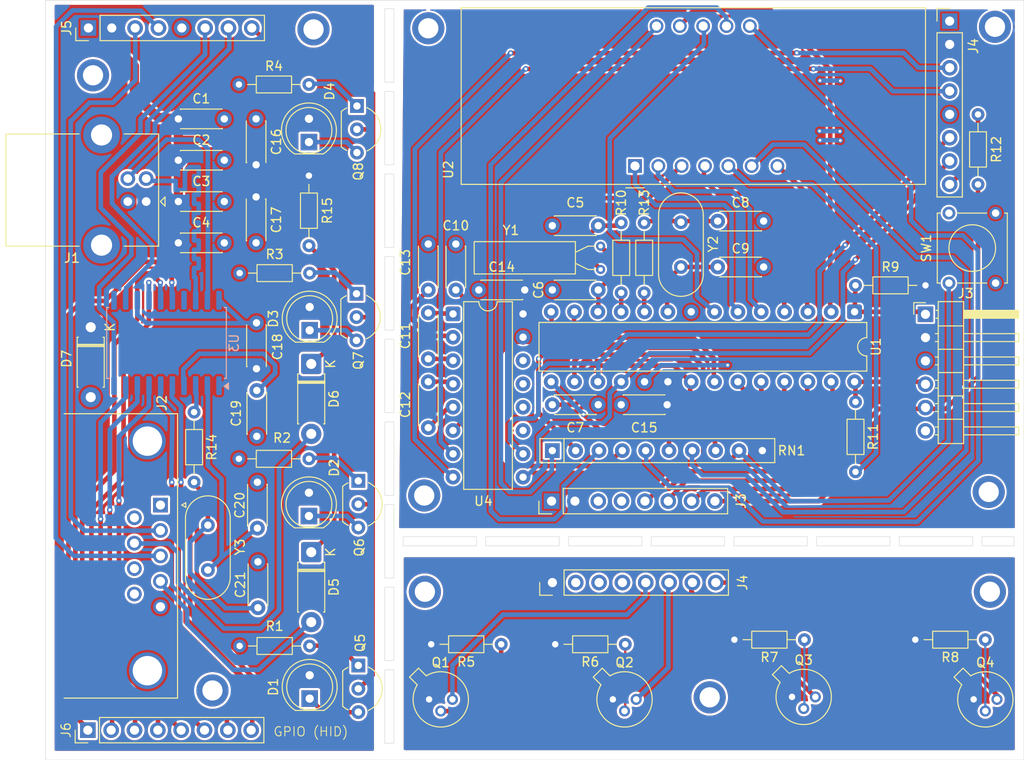
<source format=kicad_pcb>
(kicad_pcb (version 20241229) (generator "pcbnew") (generator_version "9.0")
  (layers (0 "F.Cu" signal) (2 "B.Cu" signal) (13 "F.Paste" user) (15 "B.Paste" user) (5 "F.SilkS" user "F.Silkscreen") (7 "B.SilkS" user "B.Silkscreen") (1 "F.Mask" user) (3 "B.Mask" user) (25 "Edge.Cuts" user))
  (net 0 "")
  (net 1 "VDD")
  (net 2 "GNDREF")
  (net 3 "Net-(C5-Pad1)")
  (net 4 "Net-(U1-RC1{slash}T1OSI{slash}CCP2)")
  (net 5 "RB0")
  (net 6 "Net-(C8-Pad1)")
  (net 7 "Net-(U1-CLKIN{slash}OSC1{slash}RA7)")
  (net 8 "Net-(U7-C1-)")
  (net 9 "Net-(U7-C1+)")
  (net 10 "Net-(U7-C2+)")
  (net 11 "Net-(U7-C2-)")
  (net 12 "V+")
  (net 13 "V-")
  (net 16 "Net-(U7-R2IN)")
  (net 17 "Net-(U7-T2OUT)")
  (net 24 "LVP")
  (net 25 "ICSPDAT")
  (net 26 "ICSPCLK")
  (net 27 "~{MCLR}{slash}VPP")
  (net 28 "OUT1")
  (net 29 "Net-(Q1-B)")
  (net 30 "Net-(Q2-B)")
  (net 31 "OUT2")
  (net 32 "OUT3")
  (net 33 "Net-(Q3-B)")
  (net 34 "Net-(Q4-B)")
  (net 35 "OUT4")
  (net 36 "Net-(U1-RC0{slash}T1OSO{slash}T1CK1)")
  (net 37 "Net-(U1-CLKOUT{slash}OSC2{slash}RA6)")
  (net 38 "7-G")
  (net 39 "CC1")
  (net 40 "Net-(RN1-R3.1)")
  (net 41 "Net-(RN1-R2.1)")
  (net 42 "CC4")
  (net 43 "Net-(RN1-R1.1)")
  (net 44 "CC2")
  (net 45 "CC3")
  (net 46 "Net-(RN1-R4.1)")
  (net 47 "Net-(U1-ULPWU{slash}C12IN0-{slash}AN0{slash}RA0)")
  (net 48 "RX")
  (net 49 "TX")
  (net 50 "Net-(U1-~{SS}{slash}C2OUT{slash}AN4{slash}RA5)")
  (net 51 "DP")
  (net 52 "Net-(U1-CVref{slash}C2IN1+{slash}Vref-{slash}AN2{slash}RA2)")
  (net 53 "Net-(U1-C12IN1-{slash}AN1{slash}RA1)")
  (net 54 "Net-(U1-T0CKI{slash}C1OUT{slash}RA4)")
  (net 55 "Net-(U1-C1IN+{slash}Vref+{slash}AN3{slash}RA3)")
  (net 60 "RB6")
  (footprint "Connector_PinHeader_2.54mm:PinHeader_1x08_P2.54mm_Vertical" (layer "F.Cu") (at 83.675 43.021391 90)
    (property "Reference" "J5" (at 0 -2.38 90) (layer "F.SilkS"))
    (property "Value" "PinHeader_1x08_P2.54mm_Vertical" (hide yes))
    (pad "1" thru_hole rect (at 0 0 90) (size 1.7 1.7) (drill 1) (layers "*.Cu" "*.Mask") (net 2 "GNDREF"))
    (pad "2" thru_hole circle (at 0 2.54 90) (size 1.7 1.7) (drill 1) (layers "*.Cu" "*.Mask") (net 1 "VDD"))
    (pad "3" thru_hole circle (at 0 5.08 90) (size 1.7 1.7) (drill 1) (layers "*.Cu" "*.Mask") (net 16 "Net-(U7-R2IN)"))
    (pad "4" thru_hole circle (at 0 7.62 90) (size 1.7 1.7) (drill 1) (layers "*.Cu" "*.Mask") (net 17 "Net-(U7-T2OUT)"))
    (pad "5" thru_hole circle (at 0 10.16 90) (size 1.7 1.7) (drill 1) (layers "*.Cu" "*.Mask") (net 2 "GNDREF"))
    (pad "6" thru_hole circle (at 0 12.7 90) (size 1.7 1.7) (drill 1) (layers "*.Cu" "*.Mask"))
    (pad "7" thru_hole circle (at 0 15.24 90) (size 1.7 1.7) (drill 1) (layers "*.Cu" "*.Mask"))
    (pad "8" thru_hole circle (at 0 17.78 90) (size 1.7 1.7) (drill 1) (layers "*.Cu" "*.Mask"))
  )
  (footprint "LED_THT:LED_D5.0mm_IRGrey" (layer "F.Cu") (at 107.675 96.176391 90)
    (property "Reference" "D2" (at 5.255 2.75 90) (layer "F.SilkS"))
    (property "Value" "LED56" (hide yes))
    (pad "1" thru_hole rect (at 0 0 90) (size 1.8 1.8) (drill 0.9) (layers "*.Cu" "*.Mask"))
    (pad "2" thru_hole circle (at 2.54 0 90) (size 1.8 1.8) (drill 0.9) (layers "*.Cu" "*.Mask") (net 1 "VDD"))
  )
  (footprint "Capacitor_THT:C_Disc_D4.3mm_W1.9mm_P5.00mm" (layer "F.Cu") (at 102.065 92.496391 -90)
    (property "Reference" "C20" (at 2.5 1.92 90) (layer "F.SilkS"))
    (property "Value" "20pF" (hide yes))
    (pad "1" thru_hole circle (at 0 0 270) (size 1.6 1.6) (drill 0.8) (layers "*.Cu" "*.Mask") (net 2 "GNDREF"))
    (pad "2" thru_hole circle (at 5 0 270) (size 1.6 1.6) (drill 0.8) (layers "*.Cu" "*.Mask"))
  )
  (footprint "Capacitor_THT:C_Disc_D4.3mm_W1.9mm_P5.00mm" (layer "F.Cu") (at 131.165 71.555 180)
    (property "Reference" "C14" (at 2.5 2.5 0) (layer "F.SilkS"))
    (property "Value" "100nF" (hide yes))
    (pad "1" thru_hole circle (at 0 0 180) (size 1.6 1.6) (drill 0.8) (layers "*.Cu" "*.Mask") (net 1 "VDD"))
    (pad "2" thru_hole circle (at 5 0 180) (size 1.6 1.6) (drill 0.8) (layers "*.Cu" "*.Mask") (net 2 "GNDREF"))
  )
  (footprint "MountingHole:MountingHole_2.2mm_M2_ISO7380_Pad" (layer "F.Cu") (at 181.665 93.555 -90)
    (property "Reference" "H2" (hide yes))
    (property "Value" "MountingHole_2.2mm_M2_ISO7380_Pad" (hide yes))
    (pad "1" thru_hole circle (at 0 0 270) (size 3.5 3.5) (drill 2.2) (layers "*.Cu" "*.Mask"))
  )
  (footprint "Resistor_THT:R_Axial_DIN0204_L3.6mm_D1.6mm_P7.62mm_Horizontal" (layer "F.Cu") (at 107.675 89.946391 180)
    (property "Reference" "R2" (at 2.925 2.27 0) (layer "F.SilkS"))
    (property "Value" "100" (hide yes))
    (pad "1" thru_hole circle (at 0 0 180) (size 1.4 1.4) (drill 0.7) (layers "*.Cu" "*.Mask"))
    (pad "2" thru_hole circle (at 7.62 0 180) (size 1.4 1.4) (drill 0.7) (layers "*.Cu" "*.Mask") (net 2 "GNDREF"))
  )
  (footprint "Resistor_THT:R_Axial_DIN0204_L3.6mm_D1.6mm_P7.62mm_Horizontal" (layer "F.Cu") (at 161.605 109.646961 180)
    (property "Reference" "R7" (at 3.81 -1.92 0) (layer "F.SilkS"))
    (property "Value" "1M" (hide yes))
    (pad "1" thru_hole circle (at 0 0 180) (size 1.4 1.4) (drill 0.7) (layers "*.Cu" "*.Mask") (net 33 "Net-(Q3-B)"))
    (pad "2" thru_hole circle (at 7.62 0 180) (size 1.4 1.4) (drill 0.7) (layers "*.Cu" "*.Mask") (net 2 "GNDREF"))
  )
  (footprint "Resistor_THT:R_Axial_DIN0204_L3.6mm_D1.6mm_P7.62mm_Horizontal" (layer "F.Cu") (at 142.105 110.146961 180)
    (property "Reference" "R6" (at 3.81 -1.92 0) (layer "F.SilkS"))
    (property "Value" "1M" (hide yes))
    (pad "1" thru_hole circle (at 0 0 180) (size 1.4 1.4) (drill 0.7) (layers "*.Cu" "*.Mask") (net 30 "Net-(Q2-B)"))
    (pad "2" thru_hole circle (at 7.62 0 180) (size 1.4 1.4) (drill 0.7) (layers "*.Cu" "*.Mask") (net 2 "GNDREF"))
  )
  (footprint "Package_TO_SOT_THT:TO-92L_Inline_Wide" (layer "F.Cu") (at 112.9 51.52 -90)
    (property "Reference" "Q8" (at 7.13 -0.15 90) (layer "F.SilkS"))
    (property "Value" "2N3904" (hide yes))
    (pad "1" thru_hole rect (at 0 0 270) (size 1.5 1.5) (drill 0.8) (layers "*.Cu" "*.Mask"))
    (pad "2" thru_hole circle (at 2.54 0 270) (size 1.5 1.5) (drill 0.8) (layers "*.Cu" "*.Mask"))
    (pad "3" thru_hole circle (at 5.08 0 270) (size 1.5 1.5) (drill 0.8) (layers "*.Cu" "*.Mask"))
  )
  (footprint "Crystal:Crystal_HC49-4H_Vertical" (layer "F.Cu") (at 148.165 69.055 90)
    (property "Reference" "Y2" (at 2.5 3.5 90) (layer "F.SilkS"))
    (property "Value" "11.0592MHz" (hide yes))
    (pad "1" thru_hole circle (at 0 0 90) (size 1.5 1.5) (drill 0.8) (layers "*.Cu" "*.Mask") (net 7 "Net-(U1-CLKIN{slash}OSC1{slash}RA7)"))
    (pad "2" thru_hole circle (at 4.88 0 90) (size 1.5 1.5) (drill 0.8) (layers "*.Cu" "*.Mask") (net 6 "Net-(C8-Pad1)"))
  )
  (footprint "Capacitor_THT:C_Disc_D4.3mm_W1.9mm_P5.00mm" (layer "F.Cu") (at 139.165 64.555 180)
    (property "Reference" "C5" (at 2.5 2.5 0) (layer "F.SilkS"))
    (property "Value" "100pF" (hide yes))
    (pad "1" thru_hole circle (at 0 0 180) (size 1.6 1.6) (drill 0.8) (layers "*.Cu" "*.Mask") (net 3 "Net-(C5-Pad1)"))
    (pad "2" thru_hole circle (at 5 0 180) (size 1.6 1.6) (drill 0.8) (layers "*.Cu" "*.Mask") (net 2 "GNDREF"))
  )
  (footprint "Capacitor_THT:C_Disc_D4.3mm_W1.9mm_P5.00mm" (layer "F.Cu") (at 120.665 81.555 -90)
    (property "Reference" "C12" (at 2.5 2.5 90) (layer "F.SilkS"))
    (property "Value" "1uF" (hide yes))
    (pad "1" thru_hole circle (at 0 0 270) (size 1.6 1.6) (drill 0.8) (layers "*.Cu" "*.Mask") (net 10 "Net-(U7-C2+)"))
    (pad "2" thru_hole circle (at 5 0 270) (size 1.6 1.6) (drill 0.8) (layers "*.Cu" "*.Mask") (net 11 "Net-(U7-C2-)"))
  )
  (footprint "Package_TO_SOT_THT:TO-92L_Inline_Wide" (layer "F.Cu") (at 113.05 112.45 -90)
    (property "Reference" "Q5" (at -2.45 -0.2 90) (layer "F.SilkS"))
    (property "Value" "2N3904" (hide yes))
    (pad "1" thru_hole rect (at 0 0 270) (size 1.5 1.5) (drill 0.8) (layers "*.Cu" "*.Mask"))
    (pad "2" thru_hole circle (at 2.54 0 270) (size 1.5 1.5) (drill 0.8) (layers "*.Cu" "*.Mask"))
    (pad "3" thru_hole circle (at 5.08 0 270) (size 1.5 1.5) (drill 0.8) (layers "*.Cu" "*.Mask"))
  )
  (footprint "Resistor_THT:R_Axial_DIN0204_L3.6mm_D1.6mm_P7.62mm_Horizontal" (layer "F.Cu") (at 107.755 110.331391 180)
    (property "Reference" "R1" (at 3.81 2.155 0) (layer "F.SilkS"))
    (property "Value" "100" (hide yes))
    (pad "1" thru_hole circle (at 0 0 180) (size 1.4 1.4) (drill 0.7) (layers "*.Cu" "*.Mask"))
    (pad "2" thru_hole circle (at 7.62 0 180) (size 1.4 1.4) (drill 0.7) (layers "*.Cu" "*.Mask") (net 2 "GNDREF"))
  )
  (footprint "Resistor_THT:R_Axial_DIN0204_L3.6mm_D1.6mm_P7.62mm_Horizontal" (layer "F.Cu") (at 167.165 83.745 -90)
    (property "Reference" "R11" (at 3.81 -1.92 90) (layer "F.SilkS"))
    (property "Value" "100" (hide yes))
    (pad "1" thru_hole circle (at 0 0 270) (size 1.4 1.4) (drill 0.7) (layers "*.Cu" "*.Mask") (net 25 "ICSPDAT"))
    (pad "2" thru_hole circle (at 7.62 0 270) (size 1.4 1.4) (drill 0.7) (layers "*.Cu" "*.Mask") (net 38 "7-G"))
  )
  (footprint "Capacitor_THT:C_Disc_D4.3mm_W1.9mm_P5.00mm" (layer "F.Cu") (at 93.4625 61.926391)
    (property "Reference" "C3" (at 2.5 -2.2 0) (layer "F.SilkS"))
    (property "Value" "100nF" (hide yes))
    (pad "1" thru_hole circle (at 0 0) (size 1.6 1.6) (drill 0.8) (layers "*.Cu" "*.Mask") (net 1 "VDD"))
    (pad "2" thru_hole circle (at 5 0) (size 1.6 1.6) (drill 0.8) (layers "*.Cu" "*.Mask") (net 2 "GNDREF"))
  )
  (footprint "MountingHole:MountingHole_2.2mm_M2_ISO7380_Pad" (layer "F.Cu") (at 97.175 115.176391 -90)
    (property "Reference" "H10" (hide yes))
    (property "Value" "MountingHole_2.2mm_M2_ISO7380_Pad" (hide yes))
    (pad "1" thru_hole circle (at 0 0 270) (size 3.5 3.5) (drill 2.2) (layers "*.Cu" "*.Mask"))
  )
  (footprint "MountingHole:MountingHole_2.2mm_M2_ISO7380_Pad" (layer "F.Cu") (at 108.175 43.176391 -90)
    (property "Reference" "H8" (hide yes))
    (property "Value" "MountingHole_2.2mm_M2_ISO7380_Pad" (hide yes))
    (pad "1" thru_hole circle (at 0 0 270) (size 3.5 3.5) (drill 2.2) (layers "*.Cu" "*.Mask"))
  )
  (footprint "Capacitor_THT:C_Disc_D4.3mm_W1.9mm_P5.00mm" (layer "F.Cu") (at 152.165 69.055)
    (property "Reference" "C9" (at 2.5 -2 0) (layer "F.SilkS"))
    (property "Value" "33pF" (hide yes))
    (pad "1" thru_hole circle (at 0 0) (size 1.6 1.6) (drill 0.8) (layers "*.Cu" "*.Mask") (net 7 "Net-(U1-CLKIN{slash}OSC1{slash}RA7)"))
    (pad "2" thru_hole circle (at 5 0) (size 1.6 1.6) (drill 0.8) (layers "*.Cu" "*.Mask") (net 2 "GNDREF"))
  )
  (footprint "Crystal:Crystal_HC49-4H_Vertical" (layer "F.Cu") (at 96.675 102.056391 90)
    (property "Reference" "Y3" (at 2.5 3.5 90) (layer "F.SilkS"))
    (property "Value" "12MHz" (hide yes))
    (pad "1" thru_hole circle (at 0 0 90) (size 1.5 1.5) (drill 0.8) (layers "*.Cu" "*.Mask"))
    (pad "2" thru_hole circle (at 4.88 0 90) (size 1.5 1.5) (drill 0.8) (layers "*.Cu" "*.Mask"))
  )
  (footprint "MountingHole:MountingHole_2.2mm_M2_ISO7380_Pad" (layer "F.Cu") (at 84.175 48.176391 -90)
    (property "Reference" "H9" (hide yes))
    (property "Value" "MountingHole_2.2mm_M2_ISO7380_Pad" (hide yes))
    (pad "1" thru_hole circle (at 0 0 270) (size 3.5 3.5) (drill 2.2) (layers "*.Cu" "*.Mask"))
  )
  (footprint "Capacitor_THT:C_Disc_D4.3mm_W1.9mm_P5.00mm" (layer "F.Cu") (at 134.165 84.055)
    (property "Reference" "C7" (at 2.5 2.5 0) (layer "F.SilkS"))
    (property "Value" "10nF" (hide yes))
    (pad "1" thru_hole circle (at 0 0) (size 1.6 1.6) (drill 0.8) (layers "*.Cu" "*.Mask") (net 5 "RB0"))
    (pad "2" thru_hole circle (at 5 0) (size 1.6 1.6) (drill 0.8) (layers "*.Cu" "*.Mask") (net 2 "GNDREF"))
  )
  (footprint "Package_TO_SOT_THT:TO-92L_Inline_Wide" (layer "F.Cu") (at 113.05 92.35 -90)
    (property "Reference" "Q6" (at 7.25 -0.1 90) (layer "F.SilkS"))
    (property "Value" "2N3904" (hide yes))
    (pad "1" thru_hole rect (at 0 0 270) (size 1.5 1.5) (drill 0.8) (layers "*.Cu" "*.Mask"))
    (pad "2" thru_hole circle (at 2.54 0 270) (size 1.5 1.5) (drill 0.8) (layers "*.Cu" "*.Mask"))
    (pad "3" thru_hole circle (at 5.08 0 270) (size 1.5 1.5) (drill 0.8) (layers "*.Cu" "*.Mask"))
  )
  (footprint "Package_TO_SOT_THT:TO-18-3_Lens" (layer "F.Cu") (at 160.255 115.876961)
    (property "Reference" "Q3" (at 1.27 -4.01 0) (layer "F.SilkS"))
    (property "Value" "L14P2" (hide yes))
    (pad "1" thru_hole oval (at 0 0) (size 1.6 1.2) (drill 0.7) (layers "*.Cu" "*.Mask") (net 2 "GNDREF"))
    (pad "2" thru_hole circle (at 1.27 1.27) (size 1.2 1.2) (drill 0.7) (layers "*.Cu" "*.Mask") (net 33 "Net-(Q3-B)"))
    (pad "3" thru_hole circle (at 2.54 0) (size 1.2 1.2) (drill 0.7) (layers "*.Cu" "*.Mask") (net 32 "OUT3"))
  )
  (footprint "Capacitor_THT:C_Disc_D4.3mm_W1.9mm_P5.00mm" (layer "F.Cu") (at 93.4625 66.426391)
    (property "Reference" "C4" (at 2.5 -2.2 0) (layer "F.SilkS"))
    (property "Value" "10nF" (hide yes))
    (pad "1" thru_hole circle (at 0 0) (size 1.6 1.6) (drill 0.8) (layers "*.Cu" "*.Mask") (net 1 "VDD"))
    (pad "2" thru_hole circle (at 5 0) (size 1.6 1.6) (drill 0.8) (layers "*.Cu" "*.Mask") (net 2 "GNDREF"))
  )
  (footprint "Resistor_THT:R_Axial_DIN0204_L3.6mm_D1.6mm_P7.62mm_Horizontal" (layer "F.Cu") (at 107.675 49.176391 180)
    (property "Reference" "R4" (at 3.81 2 0) (layer "F.SilkS"))
    (property "Value" "100" (hide yes))
    (pad "1" thru_hole circle (at 0 0 180) (size 1.4 1.4) (drill 0.7) (layers "*.Cu" "*.Mask"))
    (pad "2" thru_hole circle (at 7.62 0 180) (size 1.4 1.4) (drill 0.7) (layers "*.Cu" "*.Mask") (net 2 "GNDREF"))
  )
  (footprint "Capacitor_THT:C_Disc_D4.3mm_W1.9mm_P5.00mm" (layer "F.Cu") (at 123.665 66.555 -90)
    (property "Reference" "C10" (at -2 0 0) (layer "F.SilkS"))
    (property "Value" "1uF" (hide yes))
    (pad "1" thru_hole circle (at 0 0 270) (size 1.6 1.6) (drill 0.8) (layers "*.Cu" "*.Mask") (net 2 "GNDREF"))
    (pad "2" thru_hole circle (at 5 0 270) (size 1.6 1.6) (drill 0.8) (layers "*.Cu" "*.Mask") (net 13 "V-"))
  )
  (footprint "Resistor_THT:R_Array_SIP10" (layer "F.Cu") (at 134.165 89.055)
    (property "Reference" "RN1" (at 26.04 0 0) (layer "F.SilkS"))
    (property "Value" "1K" (hide yes))
    (pad "1" thru_hole rect (at 0 0) (size 1.6 1.6) (drill 0.8) (layers "*.Cu" "*.Mask") (net 43 "Net-(RN1-R1.1)"))
    (pad "2" thru_hole circle (at 2.54 0) (size 1.6 1.6) (drill 0.8) (layers "*.Cu" "*.Mask") (net 39 "CC1"))
    (pad "3" thru_hole circle (at 5.08 0) (size 1.6 1.6) (drill 0.8) (layers "*.Cu" "*.Mask") (net 41 "Net-(RN1-R2.1)"))
    (pad "4" thru_hole circle (at 7.62 0) (size 1.6 1.6) (drill 0.8) (layers "*.Cu" "*.Mask") (net 44 "CC2"))
    (pad "5" thru_hole circle (at 10.16 0) (size 1.6 1.6) (drill 0.8) (layers "*.Cu" "*.Mask") (net 40 "Net-(RN1-R3.1)"))
    (pad "6" thru_hole circle (at 12.7 0) (size 1.6 1.6) (drill 0.8) (layers "*.Cu" "*.Mask") (net 45 "CC3"))
    (pad "7" thru_hole circle (at 15.24 0) (size 1.6 1.6) (drill 0.8) (layers "*.Cu" "*.Mask") (net 46 "Net-(RN1-R4.1)"))
    (pad "8" thru_hole circle (at 17.78 0) (size 1.6 1.6) (drill 0.8) (layers "*.Cu" "*.Mask") (net 42 "CC4"))
    (pad "9" thru_hole circle (at 20.32 0) (size 1.6 1.6) (drill 0.8) (layers "*.Cu" "*.Mask") (net 5 "RB0"))
    (pad "10" thru_hole circle (at 22.86 0) (size 1.6 1.6) (drill 0.8) (layers "*.Cu" "*.Mask") (net 1 "VDD"))
  )
  (footprint "MountingHole:MountingHole_2.2mm_M2_ISO7380_Pad" (layer "F.Cu") (at 120.665 43.055 -90)
    (property "Reference" "H7" (hide yes))
    (property "Value" "MountingHole_2.2mm_M2_ISO7380_Pad" (hide yes))
    (pad "1" thru_hole circle (at 0 0 270) (size 3.5 3.5) (drill 2.2) (layers "*.Cu" "*.Mask"))
  )
  (footprint "LED_THT:LED_D5.0mm_IRGrey" (layer "F.Cu") (at 107.675 55.451391 90)
    (property "Reference" "D4" (at 5.53 2.25 90) (layer "F.SilkS"))
    (property "Value" "LED56" (hide yes))
    (pad "1" thru_hole rect (at 0 0 90) (size 1.8 1.8) (drill 0.9) (layers "*.Cu" "*.Mask"))
    (pad "2" thru_hole circle (at 2.54 0 90) (size 1.8 1.8) (drill 0.9) (layers "*.Cu" "*.Mask") (net 1 "VDD"))
  )
  (footprint "Resistor_THT:R_Axial_DIN0204_L3.6mm_D1.6mm_P7.62mm_Horizontal" (layer "F.Cu") (at 141.665 71.865 90)
    (property "Reference" "R10" (at 9.81 0 90) (layer "F.SilkS"))
    (property "Value" "47K" (hide yes))
    (pad "1" thru_hole circle (at 0 0 90) (size 1.4 1.4) (drill 0.7) (layers "*.Cu" "*.Mask") (net 36 "Net-(U1-RC0{slash}T1OSO{slash}T1CK1)"))
    (pad "2" thru_hole circle (at 7.62 0 90) (size 1.4 1.4) (drill 0.7) (layers "*.Cu" "*.Mask") (net 3 "Net-(C5-Pad1)"))
  )
  (footprint "Capacitor_THT:C_Disc_D4.3mm_W1.9mm_P5.00mm" (layer "F.Cu") (at 120.665 74.055 -90)
    (property "Reference" "C11" (at 2.5 2.5 90) (layer "F.SilkS"))
    (property "Value" "1uF" (hide yes))
    (pad "1" thru_hole circle (at 0 0 270) (size 1.6 1.6) (drill 0.8) (layers "*.Cu" "*.Mask") (net 9 "Net-(U7-C1+)"))
    (pad "2" thru_hole circle (at 5 0 270) (size 1.6 1.6) (drill 0.8) (layers "*.Cu" "*.Mask") (net 8 "Net-(U7-C1-)"))
  )
  (footprint "Resistor_THT:R_Axial_DIN0204_L3.6mm_D1.6mm_P7.62mm_Horizontal" (layer "F.Cu") (at 180.5 52.44 -90)
    (property "Reference" "R12" (at 3.81 -2 90) (layer "F.SilkS"))
    (property "Value" "100" (hide yes))
    (pad "1" thru_hole circle (at 0 0 270) (size 1.4 1.4) (drill 0.7) (layers "*.Cu" "*.Mask") (net 26 "ICSPCLK"))
    (pad "2" thru_hole circle (at 7.62 0 270) (size 1.4 1.4) (drill 0.7) (layers "*.Cu" "*.Mask") (net 60 "RB6"))
  )
  (footprint "Package_TO_SOT_THT:TO-18-3_Lens" (layer "F.Cu") (at 180.025 116.146961)
    (property "Reference" "Q4" (at 1.27 -4.01 0) (layer "F.SilkS"))
    (property "Value" "L14P2" (hide yes))
    (pad "1" thru_hole oval (at 0 0) (size 1.6 1.2) (drill 0.7) (layers "*.Cu" "*.Mask") (net 2 "GNDREF"))
    (pad "2" thru_hole circle (at 1.27 1.27) (size 1.2 1.2) (drill 0.7) (layers "*.Cu" "*.Mask") (net 34 "Net-(Q4-B)"))
    (pad "3" thru_hole circle (at 2.54 0) (size 1.2 1.2) (drill 0.7) (layers "*.Cu" "*.Mask") (net 35 "OUT4"))
  )
  (footprint "Connector_USB:USB_B_Lumberg_2411_02_Horizontal" (layer "F.Cu") (at 89.9625 61.926391 180)
    (property "Reference" "J1" (at 8.08 -6.155 0) (layer "F.SilkS"))
    (property "Value" "USB_B")
    (pad "1" thru_hole rect (at 0 0 270) (size 1.6 1.6) (drill 0.95) (layers "*.Cu" "*.Mask") (net 1 "VDD"))
    (pad "2" thru_hole circle (at 0 2.5 270) (size 1.6 1.6) (drill 0.95) (layers "*.Cu" "*.Mask"))
    (pad "3" thru_hole circle (at 2 2.5 270) (size 1.6 1.6) (drill 0.95) (layers "*.Cu" "*.Mask"))
    (pad "4" thru_hole circle (at 2 0 270) (size 1.6 1.6) (drill 0.95) (layers "*.Cu" "*.Mask") (net 2 "GNDREF"))
    (pad "5" thru_hole circle (at 4.86 -4.75 270) (size 4 4) (drill 2.3) (layers "*.Cu" "*.Mask") (net 2 "GNDREF"))
    (pad "5" thru_hole circle (at 4.86 7.25 270) (size 4 4) (drill 2.3) (layers "*.Cu" "*.Mask") (net 2 "GNDREF"))
  )
  (footprint "Connector_PinHeader_2.54mm:PinHeader_1x08_P2.54mm_Vertical" (layer "F.Cu") (at 134.175 103.425 90)
    (property "Reference" "J4" (at 0 20.7 90) (layer "F.SilkS"))
    (property "Value" "PinHeader_1x08_P2.54mm_Vertical" (hide yes))
    (pad "1" thru_hole rect (at 0 0 90) (size 1.7 1.7) (drill 1) (layers "*.Cu" "*.Mask" "Eco1.User") (net 2 "GNDREF"))
    (pad "2" thru_hole circle (at 0 2.54 90) (size 1.7 1.7) (drill 1) (layers "*.Cu" "*.Mask") (net 1 "VDD"))
    (pad "3" thru_hole circle (at 0 5.08 90) (size 1.7 1.7) (drill 1) (layers "*.Cu" "*.Mask"))
    (pad "4" thru_hole circle (at 0 7.62 90) (size 1.7 1.7) (drill 1) (layers "*.Cu" "*.Mask"))
    (pad "5" thru_hole circle (at 0 10.16 90) (size 1.7 1.7) (drill 1) (layers "*.Cu" "*.Mask"))
    (pad "6" thru_hole circle (at 0 12.7 90) (size 1.7 1.7) (drill 1) (layers "*.Cu" "*.Mask"))
    (pad "7" thru_hole circle (at 0 15.24 90) (size 1.7 1.7) (drill 1) (layers "*.Cu" "*.Mask"))
    (pad "8" thru_hole circle (at 0 17.78 90) (size 1.7 1.7) (drill 1) (layers "*.Cu" "*.Mask"))
  )
  (footprint "Crystal:Crystal_AT310_D3.0mm_L10.0mm_Horizontal" (layer "F.Cu") (at 139.42 66.785 -90)
    (property "Reference" "Y1" (at -1.73 9.755 0) (layer "F.SilkS"))
    (property "Value" "32.768KHz" (hide yes))
    (pad "1" thru_hole circle (at 0 0 270) (size 1 1) (drill 0.5) (layers "*.Cu" "*.Mask") (net 4 "Net-(U1-RC1{slash}T1OSI{slash}CCP2)"))
    (pad "2" thru_hole circle (at 2.54 0 270) (size 1 1) (drill 0.5) (layers "*.Cu" "*.Mask") (net 3 "Net-(C5-Pad1)"))
  )
  (footprint "MountingHole:MountingHole_2.2mm_M2_ISO7380_Pad" (layer "F.Cu") (at 181.795 104.425 -90)
    (property "Reference" "H3" (hide yes))
    (property "Value" "MountingHole_2.2mm_M2_ISO7380_Pad" (hide yes))
    (pad "1" thru_hole circle (at 0 0 270) (size 3.5 3.5) (drill 2.2) (layers "*.Cu" "*.Mask"))
  )
  (footprint "MountingHole:MountingHole_2.2mm_M2_ISO7380_Pad" (layer "F.Cu") (at 120.295 104.425 -90)
    (property "Reference" "H5" (hide yes))
    (property "Value" "MountingHole_2.2mm_M2_ISO7380_Pad" (hide yes))
    (pad "1" thru_hole circle (at 0 0 270) (size 3.5 3.5) (drill 2.2) (layers "*.Cu" "*.Mask"))
  )
  (footprint "Capacitor_THT:C_Disc_D4.3mm_W1.9mm_P5.00mm" (layer "F.Cu") (at 139.165 71.555 180)
    (property "Reference" "C6" (at 6.5 0 90) (layer "F.SilkS"))
    (property "Value" "100pF" (hide yes))
    (pad "1" thru_hole circle (at 0 0 180) (size 1.6 1.6) (drill 0.8) (layers "*.Cu" "*.Mask") (net 4 "Net-(U1-RC1{slash}T1OSI{slash}CCP2)"))
    (pad "2" thru_hole circle (at 5 0 180) (size 1.6 1.6) (drill 0.8) (layers "*.Cu" "*.Mask") (net 2 "GNDREF"))
  )
  (footprint "Package_TO_SOT_THT:TO-18-3_Lens" (layer "F.Cu") (at 140.755 116.146961)
    (property "Reference" "Q2" (at 1.27 -4.01 0) (layer "F.SilkS"))
    (property "Value" "L14P2" (hide yes))
    (pad "1" thru_hole oval (at 0 0) (size 1.6 1.2) (drill 0.7) (layers "*.Cu" "*.Mask") (net 2 "GNDREF"))
    (pad "2" thru_hole circle (at 1.27 1.27) (size 1.2 1.2) (drill 0.7) (layers "*.Cu" "*.Mask") (net 30 "Net-(Q2-B)"))
    (pad "3" thru_hole circle (at 2.54 0) (size 1.2 1.2) (drill 0.7) (layers "*.Cu" "*.Mask") (net 31 "OUT2"))
  )
  (footprint "Resistor_THT:R_Axial_DIN0204_L3.6mm_D1.6mm_P7.62mm_Horizontal" (layer "F.Cu") (at 107.755 69.721391 180)
    (property "Reference" "R3" (at 3.81 2.045 0) (layer "F.SilkS"))
    (property "Value" "100" (hide yes))
    (pad "1" thru_hole circle (at 0 0 180) (size 1.4 1.4) (drill 0.7) (layers "*.Cu" "*.Mask"))
    (pad "2" thru_hole circle (at 7.62 0 180) (size 1.4 1.4) (drill 0.7) (layers "*.Cu" "*.Mask") (net 2 "GNDREF"))
  )
  (footprint "Capacitor_THT:C_Disc_D4.3mm_W1.9mm_P5.00mm" (layer "F.Cu") (at 101.965 75.136391 -90)
    (property "Reference" "C18" (at 2.613609 -2.285 90) (layer "F.SilkS"))
    (property "Value" "100nF" (hide yes))
    (pad "1" thru_hole circle (at 0 0 270) (size 1.6 1.6) (drill 0.8) (layers "*.Cu" "*.Mask") (net 2 "GNDREF"))
    (pad "2" thru_hole circle (at 5 0 270) (size 1.6 1.6) (drill 0.8) (layers "*.Cu" "*.Mask") (net 1 "VDD"))
  )
  (footprint "Capacitor_THT:C_Disc_D4.3mm_W1.9mm_P5.00mm" (layer "F.Cu") (at 93.4625 52.926391)
    (property "Reference" "C1" (at 2.5 -2.2 0) (layer "F.SilkS"))
    (property "Value" "10uF" (hide yes))
    (pad "1" thru_hole circle (at 0 0) (size 1.6 1.6) (drill 0.8) (layers "*.Cu" "*.Mask") (net 1 "VDD"))
    (pad "2" thru_hole circle (at 5 0) (size 1.6 1.6) (drill 0.8) (layers "*.Cu" "*.Mask") (net 2 "GNDREF"))
  )
  (footprint "Diode_THT:D_DO-41_SOD81_P7.62mm_Horizontal" (layer "F.Cu") (at 107.925 100.111391 -90)
    (property "Reference" "D5" (at 3.81 -2.47 90) (layer "F.SilkS"))
    (property "Value" "1N5817" (hide yes))
    (fp_text user "K" (at 0 -2.1 90) (layer "F.SilkS"))
    (pad "1" thru_hole roundrect (at 0 0 270) (size 2.2 2.2) (drill 1.1) (layers "*.Cu" "*.Mask") (roundrect_rratio 0.113636))
    (pad "2" thru_hole circle (at 7.62 0 270) (size 2.2 2.2) (drill 1.1) (layers "*.Cu" "*.Mask"))
  )
  (footprint "Diode_THT:D_DO-41_SOD81_P7.62mm_Horizontal" (layer "F.Cu") (at 83.925 75.611391 -90)
    (property "Reference" "D7" (at 3.438609 2.625 90) (layer "F.SilkS"))
    (property "Value" "1N4733A" (hide yes))
    (fp_text user "K" (at 0 -2.1 90) (layer "F.SilkS"))
    (pad "1" thru_hole roundrect (at 0 0 270) (size 2.2 2.2) (drill 1.1) (layers "*.Cu" "*.Mask") (roundrect_rratio 0.113636) (net 1 "VDD"))
    (pad "2" thru_hole circle (at 7.62 0 270) (size 2.2 2.2) (drill 1.1) (layers "*.Cu" "*.Mask") (net 2 "GNDREF"))
  )
  (footprint "Capacitor_THT:C_Disc_D4.3mm_W1.9mm_P5.00mm" (layer "F.Cu") (at 102.125 101.166391 -90)
    (property "Reference" "C21" (at 2.5 1.92 90) (layer "F.SilkS"))
    (property "Value" "20pF" (hide yes))
    (pad "1" thru_hole circle (at 0 0 270) (size 1.6 1.6) (drill 0.8) (layers "*.Cu" "*.Mask") (net 2 "GNDREF"))
    (pad "2" thru_hole circle (at 5 0 270) (size 1.6 1.6) (drill 0.8) (layers "*.Cu" "*.Mask"))
  )
  (footprint "Display_7Segment:CA56-12EWA" (layer "F.Cu") (at 143.165 58.055 90)
    (property "Reference" "U2" (at -0.4 -20.31 90) (layer "F.SilkS"))
    (property "Value" "HDSP-B03E" (hide yes))
    (pad "1" thru_hole rect (at 0 0 90) (size 1.5 1.5) (drill 1) (layers "*.Cu" "*.Mask") (net 54 "Net-(U1-T0CKI{slash}C1OUT{slash}RA4)"))
    (pad "2" thru_hole circle (at 0 2.54 90) (size 1.5 1.5) (drill 1) (layers "*.Cu" "*.Mask") (net 55 "Net-(U1-C1IN+{slash}Vref+{slash}AN3{slash}RA3)"))
    (pad "3" thru_hole circle (at 0 5.08 90) (size 1.5 1.5) (drill 1) (layers "*.Cu" "*.Mask") (net 51 "DP"))
    (pad "4" thru_hole circle (at 0 7.62 90) (size 1.5 1.5) (drill 1) (layers "*.Cu" "*.Mask") (net 52 "Net-(U1-CVref{slash}C2IN1+{slash}Vref-{slash}AN2{slash}RA2)"))
    (pad "5" thru_hole circle (at 0 10.16 90) (size 1.5 1.5) (drill 1) (layers "*.Cu" "*.Mask") (net 38 "7-G"))
    (pad "6" thru_hole circle (at 0 12.7 90) (size 1.5 1.5) (drill 1) (layers "*.Cu" "*.Mask") (net 46 "Net-(RN1-R4.1)"))
    (pad "7" thru_hole circle (at 0 15.5 90) (size 1.5 1.5) (drill 1) (layers "*.Cu" "*.Mask") (net 53 "Net-(U1-C12IN1-{slash}AN1{slash}RA1)"))
    (pad "8" thru_hole circle (at 15.24 12.5 90) (size 1.5 1.5) (drill 1) (layers "*.Cu" "*.Mask") (net 40 "Net-(RN1-R3.1)"))
    (pad "9" thru_hole circle (at 15.24 9.96 90) (size 1.5 1.5) (drill 1) (layers "*.Cu" "*.Mask") (net 41 "Net-(RN1-R2.1)"))
    (pad "10" thru_hole circle (at 15.24 7.42 90) (size 1.5 1.5) (drill 1) (layers "*.Cu" "*.Mask") (net 50 "Net-(U1-~{SS}{slash}C2OUT{slash}AN4{slash}RA5)"))
    (pad "11" thru_hole circle (at 15.24 4.88 90) (size 1.5 1.5) (drill 1) (layers "*.Cu" "*.Mask") (net 47 "Net-(U1-ULPWU{slash}C12IN0-{slash}AN0{slash}RA0)"))
    (pad "12" thru_hole circle (at 15.24 2.34 90) (size 1.5 1.5) (drill 1) (layers "*.Cu" "*.Mask") (net 43 "Net-(RN1-R1.1)"))
  )
  (footprint "Connector_Dsub:DSUB-9_Pins_Horizontal_P2.77x2.84mm_EdgePinOffset7.70mm_Housed_MountingHolesOffset9.12mm" (layer "F.Cu") (at 91.515 94.981391 -90)
    (property "Reference" "J2" (at -11.115 -0.16 90) (layer "F.SilkS"))
    (property "Value" "Female DE9" (hide yes))
    (pad "0" thru_hole circle (at -6.96 1.42 270) (size 4 4) (drill 3.2) (layers "*.Cu" "*.Mask") (net 2 "GNDREF"))
    (pad "0" thru_hole circle (at 18.04 1.42 270) (size 4 4) (drill 3.2) (layers "*.Cu" "*.Mask") (net 2 "GNDREF"))
    (pad "1" thru_hole rect (at 0 0 270) (size 1.6 1.6) (drill 1) (layers "*.Cu" "*.Mask"))
    (pad "2" thru_hole circle (at 2.77 0 270) (size 1.6 1.6) (drill 1) (layers "*.Cu" "*.Mask") (net 16 "Net-(U7-R2IN)"))
    (pad "3" thru_hole circle (at 5.54 0 270) (size 1.6 1.6) (drill 1) (layers "*.Cu" "*.Mask") (net 17 "Net-(U7-T2OUT)"))
    (pad "4" thru_hole circle (at 8.31 0 270) (size 1.6 1.6) (drill 1) (layers "*.Cu" "*.Mask"))
    (pad "5" thru_hole circle (at 11.08 0 270) (size 1.6 1.6) (drill 1) (layers "*.Cu" "*.Mask") (net 2 "GNDREF"))
    (pad "6" thru_hole circle (at 1.385 2.84 270) (size 1.6 1.6) (drill 1) (layers "*.Cu" "*.Mask"))
    (pad "7" thru_hole circle (at 4.155 2.84 270) (size 1.6 1.6) (drill 1) (layers "*.Cu" "*.Mask"))
    (pad "8" thru_hole circle (at 6.925 2.84 270) (size 1.6 1.6) (drill 1) (layers "*.Cu" "*.Mask"))
    (pad "9" thru_hole circle (at 9.695 2.84 270) (size 1.6 1.6) (drill 1) (layers "*.Cu" "*.Mask"))
  )
  (footprint "Resistor_THT:R_Axial_DIN0204_L3.6mm_D1.6mm_P7.62mm_Horizontal" (layer "F.Cu") (at 174.785 71.055 180)
    (property "Reference" "R9" (at 3.81 2 0) (layer "F.SilkS"))
    (property "Value" "10K" (hide yes))
    (pad "1" thru_hole circle (at 0 0 180) (size 1.4 1.4) (drill 0.7) (layers "*.Cu" "*.Mask") (net 1 "VDD"))
    (pad "2" thru_hole circle (at 7.62 0 180) (size 1.4 1.4) (drill 0.7) (layers "*.Cu" "*.Mask") (net 27 "~{MCLR}{slash}VPP"))
  )
  (footprint "Connector_PinHeader_2.54mm:PinHeader_1x08_P2.54mm_Vertical" (layer "F.Cu") (at 177.415 42.275)
    (property "Reference" "J4" (at 2.585 2.725 90) (layer "F.SilkS"))
    (property "Value" "PinHeader_1x08_P2.54mm_Vertical" (hide yes))
    (pad "1" thru_hole rect (at 0 0) (size 1.7 1.7) (drill 1) (layers "*.Cu" "*.Mask") (net 2 "GNDREF"))
    (pad "2" thru_hole circle (at 0 2.54) (size 1.7 1.7) (drill 1) (layers "*.Cu" "*.Mask") (net 1 "VDD"))
    (pad "3" thru_hole circle (at 0 5.08) (size 1.7 1.7) (drill 1) (layers "*.Cu" "*.Mask") (net 16 "Net-(U7-R2IN)"))
    (pad "4" thru_hole circle (at 0 7.62) (size 1.7 1.7) (drill 1) (layers "*.Cu" "*.Mask") (net 17 "Net-(U7-T2OUT)"))
    (pad "5" thru_hole circle (at 0 10.16) (size 1.7 1.7) (drill 1) (layers "*.Cu" "*.Mask") (net 2 "GNDREF"))
    (pad "6" thru_hole circle (at 0 12.7) (size 1.7 1.7) (drill 1) (layers "*.Cu" "*.Mask"))
    (pad "7" thru_hole circle (at 0 15.24) (size 1.7 1.7) (drill 1) (layers "*.Cu" "*.Mask"))
    (pad "8" thru_hole circle (at 0 17.78) (size 1.7 1.7) (drill 1) (layers "*.Cu" "*.Mask"))
  )
  (footprint "Resistor_THT:R_Axial_DIN0204_L3.6mm_D1.6mm_P7.62mm_Horizontal" (layer "F.Cu") (at 95.175 84.866391 -90)
    (property "Reference" "R14" (at 3.81 -1.92 90) (layer "F.SilkS"))
    (property "Value" "680" (hide yes))
    (pad "1" thru_hole circle (at 0 0 270) (size 1.4 1.4) (drill 0.7) (layers "*.Cu" "*.Mask"))
    (pad "2" thru_hole circle (at 7.62 0 270) (size 1.4 1.4) (drill 0.7) (layers "*.Cu" "*.Mask"))
  )
  (footprint "Package_TO_SOT_THT:TO-92L_Inline_Wide" (layer "F.Cu") (at 112.85 71.97 -90)
    (property "Reference" "Q7" (at 7.28 -0.2 90) (layer "F.SilkS"))
    (property "Value" "2N3904" (hide yes))
    (pad "1" thru_hole rect (at 0 0 270) (size 1.5 1.5) (drill 0.8) (layers "*.Cu" "*.Mask"))
    (pad "2" thru_hole circle (at 2.54 0 270) (size 1.5 1.5) (drill 0.8) (layers "*.Cu" "*.Mask"))
    (pad "3" thru_hole circle (at 5.08 0 270) (size 1.5 1.5) (drill 0.8) (layers "*.Cu" "*.Mask"))
  )
  (footprint "Connector_PinHeader_2.54mm:PinHeader_1x08_P2.54mm_Vertical" (layer "F.Cu") (at 134.085 94.555 90)
    (property "Reference" "J3" (at 0 20.62 90) (layer "F.SilkS"))
    (property "Value" "PinHeader_1x08_P2.54mm_Vertical" (hide yes))
    (pad "1" thru_hole rect (at 0 0 90) (size 1.7 1.7) (drill 1) (layers "*.Cu" "*.Mask") (net 2 "GNDREF"))
    (pad "2" thru_hole circle (at 0 2.54 90) (size 1.7 1.7) (drill 1) (layers "*.Cu" "*.Mask") (net 1 "VDD"))
    (pad "3" thru_hole circle (at 0 5.08 90) (size 1.7 1.7) (drill 1) (layers "*.Cu" "*.Mask"))
    (pad "4" thru_hole circle (at 0 7.62 90) (size 1.7 1.7) (drill 1) (layers "*.Cu" "*.Mask"))
    (pad "5" thru_hole circle (at 0 10.16 90) (size 1.7 1.7) (drill 1) (layers "*.Cu" "*.Mask"))
    (pad "6" thru_hole circle (at 0 12.7 90) (size 1.7 1.7) (drill 1) (layers "*.Cu" "*.Mask"))
    (pad "7" thru_hole circle (at 0 15.24 90) (size 1.7 1.7) (drill 1) (layers "*.Cu" "*.Mask"))
    (pad "8" thru_hole circle (at 0 17.78 90) (size 1.7 1.7) (drill 1) (layers "*.Cu" "*.Mask"))
  )
  (footprint "Capacitor_THT:C_Disc_D4.3mm_W1.9mm_P5.00mm" (layer "F.Cu") (at 120.665 66.555 -90)
    (property "Reference" "C13" (at 2 2.5 90) (layer "F.SilkS"))
    (property "Value" "1uF" (hide yes))
    (pad "1" thru_hole circle (at 0 0 270) (size 1.6 1.6) (drill 0.8) (layers "*.Cu" "*.Mask") (net 2 "GNDREF"))
    (pad "2" thru_hole circle (at 5 0 270) (size 1.6 1.6) (drill 0.8) (layers "*.Cu" "*.Mask") (net 12 "V+"))
  )
  (footprint "Button_Switch_THT:SW_Tactile_Straight_KSA0Axx1LFTR" (layer "F.Cu") (at 177.335 70.805 90)
    (property "Reference" "SW1" (at 3.81 -2.46 90) (layer "F.SilkS"))
    (property "Value" "SW_SPST" (hide yes))
    (pad "1" thru_hole circle (at 0 0 90) (size 1.397 1.397) (drill 0.8128) (layers "*.Cu" "*.Mask") (net 5 "RB0"))
    (pad "1" thru_hole circle (at 7.62 0 90) (size 1.397 1.397) (drill 0.8128) (layers "*.Cu" "*.Mask") (net 5 "RB0"))
    (pad "2" thru_hole circle (at 0 5.08 90) (size 1.397 1.397) (drill 0.8128) (layers "*.Cu" "*.Mask") (net 2 "GNDREF"))
    (pad "2" thru_hole circle (at 7.62 5.08 90) (size 1.397 1.397) (drill 0.8128) (layers "*.Cu" "*.Mask") (net 2 "GNDREF"))
  )
  (footprint "Package_TO_SOT_THT:TO-18-3_Lens" (layer "F.Cu") (at 120.755 116.146961)
    (property "Reference" "Q1" (at 1.27 -4.01 0) (layer "F.SilkS"))
    (property "Value" "L14P2" (hide yes))
    (pad "1" thru_hole oval (at 0 0) (size 1.6 1.2) (drill 0.7) (layers "*.Cu" "*.Mask") (net 2 "GNDREF"))
    (pad "2" thru_hole circle (at 1.27 1.27) (size 1.2 1.2) (drill 0.7) (layers "*.Cu" "*.Mask") (net 29 "Net-(Q1-B)"))
    (pad "3" thru_hole circle (at 2.54 0) (size 1.2 1.2) (drill 0.7) (layers "*.Cu" "*.Mask") (net 28 "OUT1"))
  )
  (footprint "LED_THT:LED_D5.0mm_IRGrey" (layer "F.Cu") (at 107.755 116.061391 90)
    (property "Reference" "D1" (at 1.27 -3.96 90) (layer "F.SilkS"))
    (property "Value" "LED56" (hide yes))
    (pad "1" thru_hole rect (at 0 0 90) (size 1.8 1.8) (drill 0.9) (layers "*.Cu" "*.Mask"))
    (pad "2" thru_hole circle (at 2.54 0 90) (size 1.8 1.8) (drill 0.9) (layers "*.Cu" "*.Mask") (net 1 "VDD"))
  )
  (footprint "Capacitor_THT:C_Disc_D4.3mm_W1.9mm_P5.00mm" (layer "F.Cu") (at 101.925 61.421391 -90)
    (property "Reference" "C17" (at 2.5 -2.2 90) (layer "F.SilkS"))
    (property "Value" "10uF" (hide yes))
    (pad "1" thru_hole circle (at 0 0 270) (size 1.6 1.6) (drill 0.8) (layers "*.Cu" "*.Mask") (net 1 "VDD"))
    (pad "2" thru_hole circle (at 5 0 270) (size 1.6 1.6) (drill 0.8) (layers "*.Cu" "*.Mask") (net 2 "GNDREF"))
  )
  (footprint "Resistor_THT:R_Axial_DIN0204_L3.6mm_D1.6mm_P7.62mm_Horizontal" (layer "F.Cu") (at 144.165 71.865 90)
    (property "Reference" "R13" (at 9.81 0 90) (layer "F.SilkS"))
    (property "Value" "430" (hide yes))
    (pad "1" thru_hole circle (at 0 0 90) (size 1.4 1.4) (drill 0.7) (layers "*.Cu" "*.Mask") (net 37 "Net-(U1-CLKOUT{slash}OSC2{slash}RA6)"))
    (pad "2" thru_hole circle (at 7.62 0 90) (size 1.4 1.4) (drill 0.7) (layers "*.Cu" "*.Mask") (net 6 "Net-(C8-Pad1)"))
  )
  (footprint "Diode_THT:D_DO-41_SOD81_P7.62mm_Horizontal" (layer "F.Cu") (at 107.925 79.611391 -90)
    (property "Reference" "D6" (at 3.81 -2.47 90) (layer "F.SilkS"))
    (property "Value" "1N5817" (hide yes))
    (fp_text user "K" (at 0 -2.1 90) (layer "F.SilkS"))
    (pad "1" thru_hole roundrect (at 0 0 270) (size 2.2 2.2) (drill 1.1) (layers "*.Cu" "*.Mask") (roundrect_rratio 0.113636))
    (pad "2" thru_hole circle (at 7.62 0 270) (size 2.2 2.2) (drill 1.1) (layers "*.Cu" "*.Mask"))
  )
  (footprint "Resistor_THT:R_Axial_DIN0204_L3.6mm_D1.6mm_P7.62mm_Horizontal" (layer "F.Cu") (at 107.675 66.731391 90)
    (property "Reference" "R15" (at 3.81 2 90) (layer "F.SilkS"))
    (property "Value" "820" (hide yes))
    (pad "1" thru_hole circle (at 0 0 90) (size 1.4 1.4) (drill 0.7) (layers "*.Cu" "*.Mask"))
    (pad "2" thru_hole circle (at 7.62 0 90) (size 1.4 1.4) (drill 0.7) (layers "*.Cu" "*.Mask") (net 1 "VDD"))
  )
  (footprint "Connector_PinHeader_2.54mm:PinHeader_1x08_P2.54mm_Vertical" (layer "F.Cu") (at 83.61 119.5 90)
    (property "Reference" "J6" (at 0 -2.38 90) (layer "F.SilkS") (effects (font (thickness 0.125))))
    (property "Value" "PinHeader_1x08_P2.54mm_Vertical" (hide yes))
    (pad "1" thru_hole rect (at 0 0 90) (size 1.7 1.7) (drill 1) (layers "*.Cu" "*.Mask"))
    (pad "2" thru_hole circle (at 0 2.54 90) (size 1.7 1.7) (drill 1) (layers "*.Cu" "*.Mask"))
    (pad "3" thru_hole circle (at 0 5.08 90) (size 1.7 1.7) (drill 1) (layers "*.Cu" "*.Mask"))
    (pad "4" thru_hole circle (at 0 7.62 90) (size 1.7 1.7) (drill 1) (layers "*.Cu" "*.Mask"))
    (pad "5" thru_hole circle (at 0 10.16 90) (size 1.7 1.7) (drill 1) (layers "*.Cu" "*.Mask"))
    (pad "6" thru_hole circle (at 0 12.7 90) (size 1.7 1.7) (drill 1) (layers "*.Cu" "*.Mask"))
    (pad "7" thru_hole circle (at 0 15.24 90) (size 1.7 1.7) (drill 1) (layers "*.Cu" "*.Mask"))
    (pad "8" thru_hole circle (at 0 17.78 90) (size 1.7 1.7) (drill 1) (layers "*.Cu" "*.Mask"))
  )
  (footprint "MountingHole:MountingHole_2.2mm_M2_ISO7380_Pad" (layer "F.Cu") (at 120.225 93.945 -90)
    (property "Reference" "H6" (hide yes))
    (property "Value" "MountingHole_2.2mm_M2_ISO7380_Pad" (hide yes))
    (pad "1" thru_hole circle (at 0 0 270) (size 3.5 3.5) (drill 2.2) (layers "*.Cu" "*.Mask"))
  )
  (footprint "MountingHole:MountingHole_2.2mm_M2_ISO7380_Pad" (layer "F.Cu") (at 151.295 115.925 -90)
    (property "Reference" "H4" (hide yes))
    (property "Value" "MountingHole_2.2mm_M2_ISO7380_Pad" (hide yes))
    (pad "1" thru_hole circle (at 0 0 270) (size 3.5 3.5) (drill 2.2) (layers "*.Cu" "*.Mask"))
  )
  (footprint "MountingHole:MountingHole_2.2mm_M2_ISO7380_Pad" (layer "F.Cu") (at 182.345 42.895 -90)
    (property "Reference" "H1" (hide yes))
    (property "Value" "MountingHole_2.2mm_M2_ISO7380_Pad" (hide yes))
    (pad "1" thru_hole circle (at 0 0 270) (size 3.5 3.5) (drill 2.2) (layers "*.Cu" "*.Mask"))
  )
  (footprint "Capacitor_THT:C_Disc_D4.3mm_W1.9mm_P5.00mm" (layer "F.Cu") (at 102 82.5 -90)
    (property "Reference" "C19" (at 2.5 2.25 90) (layer "F.SilkS"))
    (property "Value" "100nF" (hide yes))
    (pad "1" thru_hole circle (at 0 0 270) (size 1.6 1.6) (drill 0.8) (layers "*.Cu" "*.Mask"))
    (pad "2" thru_hole circle (at 5 0 270) (size 1.6 1.6) (drill 0.8) (layers "*.Cu" "*.Mask") (net 2 "GNDREF"))
  )
  (footprint "Capacitor_THT:C_Disc_D4.3mm_W1.9mm_P5.00mm" (layer "F.Cu") (at 146.665 84.055 180)
    (property "Reference" "C15" (at 2.5 -2.5 0) (layer "F.SilkS"))
    (property "Value" "100nF" (hide yes))
    (pad "1" thru_hole circle (at 0 0 180) (size 1.6 1.6) (drill 0.8) (layers "*.Cu" "*.Mask") (net 1 "VDD"))
    (pad "2" thru_hole circle (at 5 0 180) (size 1.6 1.6) (drill 0.8) (layers "*.Cu" "*.Mask") (net 2 "GNDREF"))
  )
  (footprint "Capacitor_THT:C_Disc_D4.3mm_W1.9mm_P5.00mm" (layer "F.Cu") (at 101.925 52.921391 -90)
    (property "Reference" "C16" (at 2.5 -2.2 90) (layer "F.SilkS"))
    (property "Value" "10uF" (hide yes))
    (pad "1" thru_hole circle (at 0 0 270) (size 1.6 1.6) (drill 0.8) (layers "*.Cu" "*.Mask") (net 2 "GNDREF"))
    (pad "2" thru_hole circle (at 5 0 270) (size 1.6 1.6) (drill 0.8) (layers "*.Cu" "*.Mask") (net 1 "VDD"))
  )
  (footprint "Resistor_THT:R_Axial_DIN0204_L3.6mm_D1.6mm_P7.62mm_Horizontal" (layer "F.Cu") (at 181.295 109.646961 180)
    (property "Reference" "R8" (at 3.81 -1.92 0) (layer "F.SilkS"))
    (property "Value" "1M" (hide yes))
    (pad "1" thru_hole circle (at 0 0 180) (size 1.4 1.4) (drill 0.7) (layers "*.Cu" "*.Mask") (net 34 "Net-(Q4-B)"))
    (pad "2" thru_hole circle (at 7.62 0 180) (size 1.4 1.4) (drill 0.7) (layers "*.Cu" "*.Mask") (net 2 "GNDREF"))
  )
  (footprint "Package_DIP:DIP-28_W7.62mm" (layer "F.Cu") (at 167.065 73.935 -90)
    (property "Reference" "U1" (at 3.81 -2.33 90) (layer "F.SilkS"))
    (property "Value" "PIC16F883-IP" (hide yes))
    (pad "1" thru_hole roundrect (at 0 0 270) (size 1.6 1.6) (drill 0.8) (layers "*.Cu" "*.Mask") (roundrect_rratio 0.15625) (net 27 "~{MCLR}{slash}VPP"))
    (pad "2" thru_hole circle (at 0 2.54 270) (size 1.6 1.6) (drill 0.8) (layers "*.Cu" "*.Mask") (net 47 "Net-(U1-ULPWU{slash}C12IN0-{slash}AN0{slash}RA0)"))
    (pad "3" thru_hole circle (at 0 5.08 270) (size 1.6 1.6) (drill 0.8) (layers "*.Cu" "*.Mask") (net 53 "Net-(U1-C12IN1-{slash}AN1{slash}RA1)"))
    (pad "4" thru_hole circle (at 0 7.62 270) (size 1.6 1.6) (drill 0.8) (layers "*.Cu" "*.Mask") (net 52 "Net-(U1-CVref{slash}C2IN1+{slash}Vref-{slash}AN2{slash}RA2)"))
    (pad "5" thru_hole circle (at 0 10.16 270) (size 1.6 1.6) (drill 0.8) (layers "*.Cu" "*.Mask") (net 55 "Net-(U1-C1IN+{slash}Vref+{slash}AN3{slash}RA3)"))
    (pad "6" thru_hole circle (at 0 12.7 270) (size 1.6 1.6) (drill 0.8) (layers "*.Cu" "*.Mask") (net 54 "Net-(U1-T0CKI{slash}C1OUT{slash}RA4)"))
    (pad "7" thru_hole circle (at 0 15.24 270) (size 1.6 1.6) (drill 0.8) (layers "*.Cu" "*.Mask") (net 50 "Net-(U1-~{SS}{slash}C2OUT{slash}AN4{slash}RA5)"))
    (pad "8" thru_hole circle (at 0 17.78 270) (size 1.6 1.6) (drill 0.8) (layers "*.Cu" "*.Mask") (net 2 "GNDREF"))
    (pad "9" thru_hole circle (at 0 20.32 270) (size 1.6 1.6) (drill 0.8) (layers "*.Cu" "*.Mask") (net 7 "Net-(U1-CLKIN{slash}OSC1{slash}RA7)"))
    (pad "10" thru_hole circle (at 0 22.86 270) (size 1.6 1.6) (drill 0.8) (layers "*.Cu" "*.Mask") (net 37 "Net-(U1-CLKOUT{slash}OSC2{slash}RA6)"))
    (pad "11" thru_hole circle (at 0 25.4 270) (size 1.6 1.6) (drill 0.8) (layers "*.Cu" "*.Mask") (net 36 "Net-(U1-RC0{slash}T1OSO{slash}T1CK1)"))
    (pad "12" thru_hole circle (at 0 27.94 270) (size 1.6 1.6) (drill 0.8) (layers "*.Cu" "*.Mask") (net 4 "Net-(U1-RC1{slash}T1OSI{slash}CCP2)"))
    (pad "13" thru_hole circle (at 0 30.48 270) (size 1.6 1.6) (drill 0.8) (layers "*.Cu" "*.Mask") (net 39 "CC1"))
    (pad "14" thru_hole circle (at 0 33.02 270) (size 1.6 1.6) (drill 0.8) (layers "*.Cu" "*.Mask") (net 44 "CC2"))
    (pad "15" thru_hole circle (at 7.62 33.02 270) (size 1.6 1.6) (drill 0.8) (layers "*.Cu" "*.Mask") (net 45 "CC3"))
    (pad "16" thru_hole circle (at 7.62 30.48 270) (size 1.6 1.6) (drill 0.8) (layers "*.Cu" "*.Mask") (net 42 "CC4"))
    (pad "17" thru_hole circle (at 7.62 27.94 270) (size 1.6 1.6) (drill 0.8) (layers "*.Cu" "*.Mask") (net 49 "TX"))
    (pad "18" thru_hole circle (at 7.62 25.4 270) (size 1.6 1.6) (drill 0.8) (layers "*.Cu" "*.Mask") (net 48 "RX"))
    (pad "19" thru_hole circle (at 7.62 22.86 270) (size 1.6 1.6) (drill 0.8) (layers "*.Cu" "*.Mask") (net 2 "GNDREF"))
    (pad "20" thru_hole circle (at 7.62 20.32 270) (size 1.6 1.6) (drill 0.8) (layers "*.Cu" "*.Mask") (net 1 "VDD"))
    (pad "21" thru_hole circle (at 7.62 17.78 270) (size 1.6 1.6) (drill 0.8) (layers "*.Cu" "*.Mask") (net 5 "RB0"))
    (pad "22" thru_hole circle (at 7.62 15.24 270) (size 1.6 1.6) (drill 0.8) (layers "*.Cu" "*.Mask") (net 51 "DP"))
    (pad "23" thru_hole circle (at 7.62 12.7 270) (size 1.6 1.6) (drill 0.8) (layers "*.Cu" "*.Mask") (net 28 "OUT1"))
    (pad "24" thru_hole circle (at 7.62 10.16 270) (size 1.6 1.6) (drill 0.8) (layers "*.Cu" "*.Mask") (net 31 "OUT2"))
    (pad "25" thru_hole circle (at 7.62 7.62 270) (size 1.6 1.6) (drill 0.8) (layers "*.Cu" "*.Mask") (net 32 "OUT3"))
    (pad "26" thru_hole circle (at 7.62 5.08 270) (size 1.6 1.6) (drill 0.8) (layers "*.Cu" "*.Mask") (net 35 "OUT4"))
    (pad "27" thru_hole circle (at 7.62 2.54 270) (size 1.6 1.6) (drill 0.8) (layers "*.Cu" "*.Mask") (net 26 "ICSPCLK"))
    (pad "28" thru_hole circle (at 7.62 0 270) (size 1.6 1.6) (drill 0.8) (layers "*.Cu" "*.Mask") (net 25 "ICSPDAT"))
  )
  (footprint "LED_THT:LED_D5.0mm_IRGrey" (layer "F.Cu") (at 107.755 75.951391 90)
    (property "Reference" "D3" (at 1.27 -3.96 90) (layer "F.SilkS"))
    (property "Value" "LED56" (hide yes))
    (pad "1" thru_hole rect (at 0 0 90) (size 1.8 1.8) (drill 0.9) (layers "*.Cu" "*.Mask"))
    (pad "2" thru_hole circle (at 2.54 0 90) (size 1.8 1.8) (drill 0.9) (layers "*.Cu" "*.Mask") (net 1 "VDD"))
  )
  (footprint "Capacitor_THT:C_Disc_D4.3mm_W1.9mm_P5.00mm" (layer "F.Cu") (at 93.4625 57.426391)
    (property "Reference" "C2" (at 2.5 -2.2 0) (layer "F.SilkS"))
    (property "Value" "1uF" (hide yes))
    (pad "1" thru_hole circle (at 0 0) (size 1.6 1.6) (drill 0.8) (layers "*.Cu" "*.Mask") (net 1 "VDD"))
    (pad "2" thru_hole circle (at 5 0) (size 1.6 1.6) (drill 0.8) (layers "*.Cu" "*.Mask") (net 2 "GNDREF"))
  )
  (footprint "Connector_PinHeader_2.54mm:PinHeader_1x06_P2.54mm_Horizontal" (layer "F.Cu") (at 174.78 74.205)
    (property "Reference" "J3" (at 4.385 -2.27 0) (layer "F.SilkS"))
    (property "Value" "01x06" (hide yes))
    (pad "1" thru_hole rect (at 0 0) (size 1.7 1.7) (drill 1) (layers "*.Cu" "*.Mask") (net 27 "~{MCLR}{slash}VPP"))
    (pad "2" thru_hole circle (at 0 2.54) (size 1.7 1.7) (drill 1) (layers "*.Cu" "*.Mask") (net 1 "VDD"))
    (pad "3" thru_hole circle (at 0 5.08) (size 1.7 1.7) (drill 1) (layers "*.Cu" "*.Mask") (net 2 "GNDREF"))
    (pad "4" thru_hole circle (at 0 7.62) (size 1.7 1.7) (drill 1) (layers "*.Cu" "*.Mask") (net 25 "ICSPDAT"))
    (pad "5" thru_hole circle (at 0 10.16) (size 1.7 1.7) (drill 1) (layers "*.Cu" "*.Mask") (net 26 "ICSPCLK"))
    (pad "6" thru_hole circle (at 0 12.7) (size 1.7 1.7) (drill 1) (layers "*.Cu" "*.Mask") (net 24 "LVP"))
  )
  (footprint "Capacitor_THT:C_Disc_D4.3mm_W1.9mm_P5.00mm" (layer "F.Cu") (at 152.165 64.055)
    (property "Reference" "C8" (at 2.5 -2 0) (layer "F.SilkS"))
    (property "Value" "33pF" (hide yes))
    (pad "1" thru_hole circle (at 0 0) (size 1.6 1.6) (drill 0.8) (layers "*.Cu" "*.Mask") (net 6 "Net-(C8-Pad1)"))
    (pad "2" thru_hole circle (at 5 0) (size 1.6 1.6) (drill 0.8) (layers "*.Cu" "*.Mask") (net 2 "GNDREF"))
  )
  (footprint "Package_DIP:DIP-16_W7.62mm" (layer "F.Cu") (at 123.36 74.165)
    (property "Reference" "U4" (at 3.305 20.39 0) (layer "F.SilkS"))
    (property "Value" "MAX232" (hide yes))
    (pad "1" thru_hole roundrect (at 0 0) (size 1.6 1.6) (drill 0.8) (layers "*.Cu" "*.Mask") (roundrect_rratio 0.15625) (net 9 "Net-(U7-C1+)"))
    (pad "2" thru_hole circle (at 0 2.54) (size 1.6 1.6) (drill 0.8) (layers "*.Cu" "*.Mask") (net 12 "V+"))
    (pad "3" thru_hole circle (at 0 5.08) (size 1.6 1.6) (drill 0.8) (layers "*.Cu" "*.Mask") (net 8 "Net-(U7-C1-)"))
    (pad "4" thru_hole circle (at 0 7.62) (size 1.6 1.6) (drill 0.8) (layers "*.Cu" "*.Mask") (net 10 "Net-(U7-C2+)"))
    (pad "5" thru_hole circle (at 0 10.16) (size 1.6 1.6) (drill 0.8) (layers "*.Cu" "*.Mask") (net 11 "Net-(U7-C2-)"))
    (pad "6" thru_hole circle (at 0 12.7) (size 1.6 1.6) (drill 0.8) (layers "*.Cu" "*.Mask") (net 13 "V-"))
    (pad "7" thru_hole circle (at 0 15.24) (size 1.6 1.6) (drill 0.8) (layers "*.Cu" "*.Mask") (net 17 "Net-(U7-T2OUT)"))
    (pad "8" thru_hole circle (at 0 17.78) (size 1.6 1.6) (drill 0.8) (layers "*.Cu" "*.Mask") (net 16 "Net-(U7-R2IN)"))
    (pad "9" thru_hole circle (at 7.62 17.78) (size 1.6 1.6) (drill 0.8) (layers "*.Cu" "*.Mask") (net 48 "RX"))
    (pad "10" thru_hole circle (at 7.62 15.24) (size 1.6 1.6) (drill 0.8) (layers "*.Cu" "*.Mask") (net 49 "TX"))
    (pad "11" thru_hole circle (at 7.62 12.7) (size 1.6 1.6) (drill 0.8) (layers "*.Cu" "*.Mask"))
    (pad "12" thru_hole circle (at 7.62 10.16) (size 1.6 1.6) (drill 0.8) (layers "*.Cu" "*.Mask"))
    (pad "13" thru_hole circle (at 7.62 7.62) (size 1.6 1.6) (drill 0.8) (layers "*.Cu" "*.Mask"))
    (pad "14" thru_hole circle (at 7.62 5.08) (size 1.6 1.6) (drill 0.8) (layers "*.Cu" "*.Mask"))
    (pad "15" thru_hole circle (at 7.62 2.54) (size 1.6 1.6) (drill 0.8) (layers "*.Cu" "*.Mask") (net 2 "GNDREF"))
    (pad "16" thru_hole circle (at 7.62 0) (size 1.6 1.6) (drill 0.8) (layers "*.Cu" "*.Mask") (net 1 "VDD"))
  )
  (footprint "Resistor_THT:R_Axial_DIN0204_L3.6mm_D1.6mm_P7.62mm_Horizontal" (layer "F.Cu") (at 128.605 110.146961 180)
    (property "Reference" "R5" (at 3.81 -1.92 0) (layer "F.SilkS"))
    (property "Value" "1M" (hide yes))
    (pad "1" thru_hole circle (at 0 0 180) (size 1.4 1.4) (drill 0.7) (layers "*.Cu" "*.Mask") (net 29 "Net-(Q1-B)"))
    (pad "2" thru_hole circle (at 7.62 0 180) (size 1.4 1.4) (drill 0.7) (layers "*.Cu" "*.Mask") (net 2 "GNDREF"))
  )
  (footprint "Package_SO:SOIC-20W_7.5x12.8mm_P1.27mm" (layer "B.Cu") (at 92.175 77.326391 90)
    (property "Reference" "U3" (at 0 7.35 90) (layer "B.SilkS") (effects (justify mirror)))
    (property "Value" "MCP2200" (hide yes))
    (pad "1" smd roundrect (at -4.65 5.715 90) (size 2.05 0.6) (layers "B.Cu" "B.Mask" "B.Paste"))
    (pad "2" smd roundrect (at -4.65 4.445 90) (size 2.05 0.6) (layers "B.Cu" "B.Mask" "B.Paste"))
    (pad "3" smd roundrect (at -4.65 3.175 90) (size 2.05 0.6) (layers "B.Cu" "B.Mask" "B.Paste"))
    (pad "4" smd roundrect (at -4.65 1.905 90) (size 2.05 0.6) (layers "B.Cu" "B.Mask" "B.Paste"))
    (pad "5" smd roundrect (at -4.65 0.635 90) (size 2.05 0.6) (layers "B.Cu" "B.Mask" "B.Paste"))
    (pad "6" smd roundrect (at -4.65 -0.635 90) (size 2.05 0.6) (layers "B.Cu" "B.Mask" "B.Paste"))
    (pad "7" smd roundrect (at -4.65 -1.905 90) (size 2.05 0.6) (layers "B.Cu" "B.Mask" "B.Paste"))
    (pad "8" smd roundrect (at -4.65 -3.175 90) (size 2.05 0.6) (layers "B.Cu" "B.Mask" "B.Paste"))
    (pad "9" smd roundrect (at -4.65 -4.445 90) (size 2.05 0.6) (layers "B.Cu" "B.Mask" "B.Paste"))
    (pad "10" smd roundrect (at -4.65 -5.715 90) (size 2.05 0.6) (layers "B.Cu" "B.Mask" "B.Paste"))
    (pad "11" smd roundrect (at 4.65 -5.715 90) (size 2.05 0.6) (layers "B.Cu" "B.Mask" "B.Paste"))
    (pad "12" smd roundrect (at 4.65 -4.445 90) (size 2.05 0.6) (layers "B.Cu" "B.Mask" "B.Paste"))
    (pad "13" smd roundrect (at 4.65 -3.175 90) (size 2.05 0.6) (layers "B.Cu" "B.Mask" "B.Paste"))
    (pad "14" smd roundrect (at 4.65 -1.905 90) (size 2.05 0.6) (layers "B.Cu" "B.Mask" "B.Paste"))
    (pad "15" smd roundrect (at 4.65 -0.635 90) (size 2.05 0.6) (layers "B.Cu" "B.Mask" "B.Paste"))
    (pad "16" smd roundrect (at 4.65 0.635 90) (size 2.05 0.6) (layers "B.Cu" "B.Mask" "B.Paste"))
    (pad "17" smd roundrect (at 4.65 1.905 90) (size 2.05 0.6) (layers "B.Cu" "B.Mask" "B.Paste"))
    (pad "18" smd roundrect (at 4.65 3.175 90) (size 2.05 0.6) (layers "B.Cu" "B.Mask" "B.Paste"))
    (pad "19" smd roundrect (at 4.65 4.445 90) (size 2.05 0.6) (layers "B.Cu" "B.Mask" "B.Paste"))
    (pad "20" smd roundrect (at 4.65 5.715 90) (size 2.05 0.6) (layers "B.Cu" "B.Mask" "B.Paste"))
  )
  (gr_line (start 90 69.75) (end 89 70.75) (stroke (width 0.5)) (layer "F.Cu"))
  (gr_line (start 134.075 74.005) (end 134.075 75.975) (stroke (width 0.5)) (layer "F.Cu") (net 44))
  (gr_line (start 94.75 118) (end 96.25 119.5) (stroke (width 0.5)) (layer "F.Cu"))
  (gr_line (start 90.25 61.176391) (end 90.4625 61.926391) (stroke (width 0.2)) (layer "F.Cu") (net 1))
  (gr_line (start 86.175 43.176391) (end 86.175 44.676391) (stroke (width 1)) (layer "F.Cu") (net 1))
  (gr_line (start 161.18 92.323621) (end 162.535 91.129559) (stroke (width 0.5)) (layer "F.Cu") (net 31))
  (gr_line (start 158.415 61.055) (end 152.165 61.055) (stroke (width 0.5)) (layer "F.Cu") (net 52))
  (gr_line (start 140.665 70.055) (end 140.665 68.055) (stroke (width 0.5)) (layer "F.Cu") (net 4))
  (gr_line (start 94.75 111.5) (end 94.75 118) (stroke (width 0.5)) (layer "F.Cu"))
  (gr_line (start 154.415 89.075) (end 153.365 90.435) (stroke (width 0.5)) (layer "F.Cu") (net 5))
  (gr_line (start 167.165 81.555) (end 167.165 83.745) (stroke (width 0.5)) (layer "F.Cu") (net 25))
  (gr_line (start 93.4625 52.926391) (end 93.4625 66.426391) (stroke (width 1)) (layer "F.Cu") (net 1))
  (gr_line (start 159.415 62.055) (end 158.415 61.055) (stroke (width 0.5)) (layer "F.Cu") (net 52))
  (gr_line (start 110.425 97.671391) (end 107.925 100.171391) (stroke (width 0.5)) (layer "F.Cu"))
  (gr_line (start 89.9625 61.926391) (end 93.4625 61.926391) (stroke (width 1)) (layer "F.Cu") (net 1))
  (gr_line (start 134.165 84.055) (end 136.665 84.055) (stroke (width 0.5)) (layer "F.Cu") (net 5))
  (gr_line (start 132.655 79.075155) (end 132.655 84.915) (stroke (width 0.5)) (layer "F.Cu") (net 39))
  (gr_line (start 162.795 115.925) (end 153.795 106.925) (stroke (width 0.5)) (layer "F.Cu") (net 32))
  (gr_line (start 139.42 66.785) (end 140.665 68.055) (stroke (width 0.5)) (layer "F.Cu") (net 4))
  (gr_line (start 123.165 81.555) (end 120.665 81.555) (stroke (width 0.5)) (layer "F.Cu") (net 10))
  (gr_line (start 139.985 90.745) (end 130.025 90.725) (stroke (width 0.5)) (layer "F.Cu") (net 44))
  (gr_line (start 141.665 64.555) (end 139.165 64.555) (stroke (width 0.5)) (layer "F.Cu") (net 3))
  (gr_line (start 136.575 79.305) (end 137.245 78.605) (stroke (width 0.5)) (layer "F.Cu") (net 42))
  (gr_line (start 132.655 84.915) (end 136.705 88.925) (stroke (width 0.5)) (layer "F.Cu") (net 39))
  (gr_line (start 123.165 84.055) (end 120.665 86.555) (stroke (width 0.5)) (layer "F.Cu") (net 11))
  (gr_line (start 113.3 74.52) (end 114.6 74.52) (stroke (width 0.5)) (layer "F.Cu"))
  (gr_line (start 118.665 74.555) (end 118.665 73.555) (stroke (width 0.5)) (layer "F.Cu") (net 12))
  (gr_line (start 132.685 79.045) (end 136.545 75.165) (stroke (width 0.5)) (layer "F.Cu") (net 39))
  (gr_line (start 150.575 86.235) (end 151.875 87.765) (stroke (width 0.5)) (layer "F.Cu") (net 42))
  (gr_line (start 137.855 82.81) (end 137.855 80.56) (stroke (width 0.5)) (layer "F.Cu") (net 5))
  (gr_line (start 138.165 65.555) (end 139.165 64.555) (stroke (width 0.5)) (layer "F.Cu") (net 3))
  (gr_line (start 84 109) (end 85.5 110.25) (stroke (width 0.5)) (layer "F.Cu"))
  (gr_line (start 157.915 41.055) (end 164.415 47.555) (stroke (width 0.5)) (layer "F.Cu") (net 47))
  (gr_line (start 87.5 78) (end 87.5 92) (stroke (width 0.5)) (layer "F.Cu"))
  (gr_line (start 89 70.75) (end 89 74.75) (stroke (width 0.5)) (layer "F.Cu"))
  (gr_line (start 137.85 75.35) (end 139.11 76.61) (stroke (width 0.5)) (layer "F.Cu") (net 51))
  (gr_line (start 162.165 93.215) (end 163.655 91.865) (stroke (width 0.5)) (layer "F.Cu") (net 32))
  (gr_line (start 149.515 41.055) (end 157.915 41.055) (stroke (width 0.5)) (layer "F.Cu") (net 47))
  (gr_line (start 139.25 76.75) (end 149.5 76.75) (stroke (width 0.5)) (layer "F.Cu") (net 51))
  (gr_line (start 90.25 75.25) (end 87.5 78) (stroke (width 0.5)) (layer "F.Cu"))
  (gr_line (start 153.795 106.925) (end 151.795 106.925) (stroke (width 0.5)) (layer "F.Cu") (net 32))
  (gr_line (start 152.165 64.055) (end 148.165 64.055) (stroke (width 0.5)) (layer "F.Cu") (net 6))
  (gr_line (start 89 107.75) (end 87 105.75) (stroke (width 0.5)) (layer "F.Cu"))
  (gr_line (start 161.915 74.055) (end 161.915 61.055) (stroke (width 0.5)) (layer "F.Cu") (net 53))
  (gr_line (start 123.165 76.555) (end 120.665 76.555) (stroke (width 0.5)) (layer "F.Cu") (net 12))
  (gr_line (start 110.95 46.45) (end 105.2 46.45) (stroke (width 0.5)) (layer "F.Cu"))
  (gr_line (start 161.915 81.555) (end 161.915 84.305) (stroke (width 0.5)) (layer "F.Cu") (net 35))
  (gr_line (start 156.915 82.555) (end 156.915 81.555) (stroke (width 0.5)) (layer "F.Cu") (net 31))
  (gr_line (start 87 94.5) (end 87 105.75) (stroke (width 0.5)) (layer "F.Cu"))
  (gr_line (start 83 110.25) (end 84.25 111.5) (stroke (width 0.5)) (layer "F.Cu"))
  (gr_line (start 109.25 117.55) (end 113.05 117.55) (stroke (width 0.5)) (layer "F.Cu"))
  (gr_line (start 107.755 116.061391) (end 109.249415 117.55) (stroke (width 0.5)) (layer "F.Cu"))
  (gr_line (start 130.04 77.96) (end 129.285 78.693116) (stroke (width 0.5)) (layer "F.Cu") (net 44))
  (gr_line (start 139.165 69.055) (end 138.165 68.055) (stroke (width 0.5)) (layer "F.Cu") (net 3))
  (gr_line (start 137.85 71.745) (end 137.85 75.35) (stroke (width 0.5)) (layer "F.Cu") (net 51))
  (gr_line (start 92.75 92.5) (end 92.75 93.75) (stroke (width 0.5)) (layer "F.Cu"))
  (gr_line (start 101.5 113.679054) (end 101.5 119.5) (stroke (width 0.5)) (layer "F.Cu"))
  (gr_line (start 145.905 86.885) (end 146.865 87.835) (stroke (width 0.5)) (layer "F.Cu") (net 45))
  (gr_line (start 84.25 116.25) (end 86.25 118.25) (stroke (width 0.5)) (layer "F.Cu"))
  (gr_line (start 93.375 55.25) (end 99 55.25) (stroke (width 1)) (layer "F.Cu") (net 1))
  (gr_line (start 110.9 110.3) (end 107.75 110.3) (stroke (width 0.5)) (layer "F.Cu"))
  (gr_line (start 134.075 75.975) (end 131.925 77.955) (stroke (width 0.5)) (layer "F.Cu") (net 44))
  (gr_line (start 161.915 84.315) (end 164.655 87.055) (stroke (width 0.5)) (layer "F.Cu") (net 35))
  (gr_line (start 85.5 115) (end 88.75 118.25) (stroke (width 0.5)) (layer "F.Cu"))
  (gr_line (start 92.75 70.75) (end 92.75 70.25) (stroke (width 0.5)) (layer "F.Cu"))
  (gr_line (start 170.795 103.425) (end 174.795 107.425) (stroke (width 0.5)) (layer "F.Cu") (net 35))
  (gr_line (start 123.665 86.555) (end 125.165 85.055) (stroke (width 0.5)) (layer "F.Cu") (net 13))
  (gr_line (start 135.75 69.5) (end 137.85 71.65) (stroke (width 0.5)) (layer "F.Cu") (net 51))
  (gr_line (start 86.25 118.25) (end 86.25 119.5) (stroke (width 0.5)) (layer "F.Cu"))
  (gr_line (start 151.795 106.925) (end 149.295 104.425) (stroke (width 0.5)) (layer "F.Cu") (net 32))
  (gr_line (start 86.175 44.676391) (end 88.675 47.176391) (stroke (width 1)) (layer "F.Cu") (net 1))
  (gr_line (start 125.165 73.055) (end 123.665 71.555) (stroke (width 0.5)) (layer "F.Cu") (net 13))
  (gr_line (start 163.165 94.555) (end 151.915 94.555) (stroke (width 0.5)) (layer "F.Cu") (net 35))
  (gr_line (start 164.645 93.075) (end 163.165 94.555) (stroke (width 0.5)) (layer "F.Cu") (net 35))
  (gr_line (start 128.585 112.735) (end 128.605 110.146961) (stroke (width 0.5)) (layer "F.Cu") (net 29))
  (gr_line (start 162.535 88.175) (end 156.915 82.555) (stroke (width 0.5)) (layer "F.Cu") (net 31))
  (gr_line (start 131.925 77.955) (end 130.055 77.955) (stroke (width 0.5)) (layer "F.Cu") (net 44))
  (gr_line (start 84.25 111.5) (end 84.25 116.25) (stroke (width 0.5)) (layer "F.Cu"))
  (gr_line (start 85.5 110.25) (end 85.5 115) (stroke (width 0.5)) (layer "F.Cu"))
  (gr_line (start 86.75 113.5) (end 86.75 109.625) (stroke (width 0.5)) (layer "F.Cu"))
  (gr_line (start 85.5 72.75) (end 83 72.75) (stroke (width 0.5)) (layer "F.Cu"))
  (gr_line (start 147.415 79.805) (end 149.165 81.555) (stroke (width 0.5)) (layer "F.Cu") (net 5))
  (gr_line (start 125.165 85.055) (end 125.165 73.055) (stroke (width 0.5)) (layer "F.Cu") (net 13))
  (gr_line (start 92.75 70.25) (end 91 68.5) (stroke (width 0.5)) (layer "F.Cu"))
  (gr_line (start 94.75 106.75) (end 101.5 113.679054) (stroke (width 0.5)) (layer "F.Cu"))
  (gr_line (start 110.425 77.421391) (end 110.425 97.671391) (stroke (width 0.5)) (layer "F.Cu"))
  (gr_line (start 114.6 113.5) (end 114.65 50.15) (stroke (width 0.5)) (layer "F.Cu"))
  (gr_line (start 168.665 85.555) (end 169.72 84.5) (stroke (width 0.5)) (layer "F.Cu") (net 26))
  (gr_line (start 167.15 68.25) (end 173.75 61.65) (stroke (width 0.5)) (layer "F.Cu") (net 48))
  (gr_line (start 118.665 73.555) (end 120.665 71.555) (stroke (width 0.5)) (layer "F.Cu") (net 12))
  (gr_line (start 163.665 87.555) (end 159.415 83.305) (stroke (width 0.5)) (layer "F.Cu") (net 32))
  (gr_line (start 88.675 47.176391) (end 88.675 50.176391) (stroke (width 1)) (layer "F.Cu") (net 1))
  (gr_line (start 146.665 94.555) (end 148.725 92.325) (stroke (width 0.5)) (layer "F.Cu") (net 31))
  (gr_line (start 91.25 118) (end 86.75 113.5) (stroke (width 0.5)) (layer "F.Cu"))
  (gr_line (start 166.165 85.555) (end 168.665 85.555) (stroke (width 0.5)) (layer "F.Cu") (net 26))
  (gr_line (start 93.75 92.5) (end 93.75 93.25) (stroke (width 0.5)) (layer "F.Cu"))
  (gr_line (start 120.665 76.555) (end 118.665 74.555) (stroke (width 0.5)) (layer "F.Cu") (net 12))
  (gr_line (start 88.675 50.426391) (end 91.25 52.75) (stroke (width 1)) (layer "F.Cu") (net 1))
  (gr_line (start 91 68.5) (end 89.75 68.5) (stroke (width 0.5)) (layer "F.Cu"))
  (gr_line (start 141.665 74.055) (end 141.665 71.865) (stroke (width 0.5)) (layer "F.Cu") (net 36))
  (gr_line (start 167.165 71.055) (end 167.065 73.935) (stroke (width 0.5)) (layer "F.Cu") (net 27))
  (gr_line (start 149.5 76.75) (end 151.75 79) (stroke (width 0.5)) (layer "F.Cu") (net 51))
  (gr_line (start 99.75 114.25) (end 99.75 116.75) (stroke (width 0.5)) (layer "F.Cu"))
  (gr_line (start 92.75 93.75) (end 93.5 94.5) (stroke (width 0.5)) (layer "F.Cu"))
  (gr_line (start 164.665 81.555) (end 164.665 84.055) (stroke (width 0.5)) (layer "F.Cu") (net 26))
  (gr_line (start 180.5 57) (end 180.5 52.5) (stroke (width 0.5)) (layer "F.Cu") (net 26))
  (gr_line (start 107.675 66.731391) (end 110.425 69.421391) (stroke (width 0.5)) (layer "F.Cu"))
  (gr_line (start 113.5 94.9) (end 114.4 94.9) (stroke (width 0.5)) (layer "F.Cu"))
  (gr_line (start 146.665 70.555) (end 148.165 69.055) (stroke (width 0.5)) (layer "F.Cu") (net 7))
  (gr_line (start 150.575 82.515) (end 150.575 86.235) (stroke (width 0.5)) (layer "F.Cu") (net 42))
  (gr_line (start 169.72 84.5) (end 174.665 84.5) (stroke (width 0.5)) (layer "F.Cu") (net 26))
  (gr_line (start 142.105 110.146961) (end 142.105 117.425) (stroke (width 0.25)) (layer "F.Cu") (net 30))
  (gr_line (start 149.195 78.605) (end 150.575 79.875) (stroke (width 0.5)) (layer "F.Cu") (net 42))
  (gr_line (start 86.5 77.5) (end 86.5 91.25) (stroke (width 0.5)) (layer "F.Cu"))
  (gr_line (start 84 95.5) (end 84 109) (stroke (width 0.5)) (layer "F.Cu"))
  (gr_line (start 110.425 69.421391) (end 110.425 77.421391) (stroke (width 0.5)) (layer "F.Cu"))
  (gr_line (start 151.75 79) (end 151.75 81.5) (stroke (width 0.5)) (layer "F.Cu") (net 51))
  (gr_line (start 123.36 74.165) (end 120.665 74.055) (stroke (width 0.5)) (layer "F.Cu") (net 9))
  (gr_line (start 93 112) (end 90 109) (stroke (width 0.5)) (layer "F.Cu"))
  (gr_line (start 163.665 91.855392) (end 163.665 87.555) (stroke (width 0.5)) (layer "F.Cu") (net 32))
  (gr_line (start 129.285 78.715) (end 129.285 89.975) (stroke (width 0.5)) (layer "F.Cu") (net 44))
  (gr_line (start 160.755 45.755) (end 129.645 45.765) (stroke (width 0.5)) (layer "F.Cu") (net 16))
  (gr_line (start 93.5 108) (end 99.75 114.25) (stroke (width 0.5)) (layer "F.Cu"))
  (gr_line (start 148.725 92.325) (end 161.18 92.323621) (stroke (width 0.5)) (layer "F.Cu") (net 31))
  (gr_line (start 164.665 84.055) (end 166.165 85.555) (stroke (width 0.5)) (layer "F.Cu") (net 26))
  (gr_line (start 146.865 87.835) (end 146.865 89.005) (stroke (width 0.5)) (layer "F.Cu") (net 45))
  (gr_line (start 138.665 79.805) (end 137.855 80.56) (stroke (width 0.5)) (layer "F.Cu") (net 5))
  (gr_line (start 90.25 70.75) (end 90.25 75.25) (stroke (width 0.5)) (layer "F.Cu"))
  (gr_line (start 96.675 94.176391) (end 96.675 97.176391) (stroke (width 0.5)) (layer "F.Cu"))
  (gr_line (start 93.5 94.5) (end 93.5 108) (stroke (width 0.5)) (layer "F.Cu"))
  (gr_line (start 150.575 79.875) (end 150.575 82.515) (stroke (width 0.5)) (layer "F.Cu") (net 42))
  (gr_line (start 123.665 79.055) (end 120.665 79.055) (stroke (width 0.5)) (layer "F.Cu") (net 8))
  (gr_line (start 86.75 109.625) (end 85 107.875) (stroke (width 0.5)) (layer "F.Cu"))
  (gr_line (start 177.5 60) (end 180.5 57) (stroke (width 0.5)) (layer "F.Cu") (net 26))
  (gr_line (start 136.665 84.055) (end 137.855 82.81) (stroke (width 0.5)) (layer "F.Cu") (net 5))
  (gr_line (start 146.665 73.555) (end 146.665 70.555) (stroke (width 0.5)) (layer "F.Cu") (net 7))
  (gr_line (start 147.415 79.805) (end 138.665 79.805) (stroke (width 0.5)) (layer "F.Cu") (net 5))
  (gr_line (start 89 74.75) (end 86.5 77.5) (stroke (width 0.5)) (layer "F.Cu"))
  (gr_line (start 113.1 115) (end 114.6 113.5) (stroke (width 0.5)) (layer "F.Cu"))
  (gr_line (start 151.795 103.425) (end 170.795 103.425) (stroke (width 0.5)) (layer "F.Cu") (net 35))
  (gr_line (start 149.158755 86.625) (end 150.595 88.055) (stroke (width 0.5)) (layer "F.Cu") (net 5))
  (gr_line (start 148.165 69.055) (end 152.165 69.055) (stroke (width 0.5)) (layer "F.Cu") (net 7))
  (gr_line (start 161.915 61.055) (end 158.665 58.055) (stroke (width 0.5)) (layer "F.Cu") (net 53))
  (gr_line (start 83 94.75) (end 83 110.25) (stroke (width 0.5)) (layer "F.Cu"))
  (gr_line (start 144.165 64.055) (end 148.165 64.055) (stroke (width 0.5)) (layer "F.Cu") (net 6))
  (gr_line (start 93 118.75) (end 93 112) (stroke (width 0.5)) (layer "F.Cu"))
  (gr_line (start 164.655 87.055) (end 164.645 93.075) (stroke (width 0.5)) (layer "F.Cu") (net 35))
  (gr_line (start 149.295 104.425) (end 149.295 103.425) (stroke (width 0.5)) (layer "F.Cu") (net 32))
  (gr_line (start 160.515 91.305) (end 161.365 90.545) (stroke (width 0.5)) (layer "F.Cu") (net 28))
  (gr_line (start 94.75 94.25) (end 94.75 106.75) (stroke (width 0.5)) (layer "F.Cu"))
  (gr_line (start 99.75 116.75) (end 98.75 117.75) (stroke (width 0.5)) (layer "F.Cu"))
  (gr_line (start 110.425 77.421391) (end 107.925 79.611391) (stroke (width 0.5)) (layer "F.Cu"))
  (gr_line (start 159.415 83.305) (end 159.415 81.555) (stroke (width 0.5)) (layer "F.Cu") (net 32))
  (gr_line (start 135.75 65.25) (end 135.75 69.5) (stroke (width 0.5)) (layer "F.Cu") (net 51))
  (gr_line (start 150.595 88.055) (end 150.595 90.005) (stroke (width 0.5)) (layer "F.Cu") (net 5))
  (gr_line (start 89.75 68.5) (end 85.5 72.75) (stroke (width 0.5)) (layer "F.Cu"))
  (gr_line (start 139.415 61.555) (end 135.75 65.25) (stroke (width 0.5)) (layer "F.Cu") (net 51))
  (gr_line (start 81.5 117.25) (end 83.625 119.375) (stroke (width 0.5)) (layer "F.Cu"))
  (gr_line (start 90.5 69.75) (end 90 69.75) (stroke (width 0.5)) (layer "F.Cu"))
  (gr_line (start 144.665 61.555) (end 148.165 58.055) (stroke (width 0.5)) (layer "F.Cu") (net 51))
  (gr_line (start 161.365 88.785) (end 154.415 81.805) (stroke (width 0.5)) (layer "F.Cu") (net 28))
  (gr_line (start 144.165 74.055) (end 144.165 71.865) (stroke (width 0.5)) (layer "F.Cu") (net 37))
  (gr_line (start 174.665 84.5) (end 177 84.5) (stroke (width 0.5)) (layer "F.Cu") (net 26))
  (gr_line (start 81.5 74.25) (end 81.5 117.25) (stroke (width 0.5)) (layer "F.Cu"))
  (gr_line (start 91.25 119.5) (end 91.25 118) (stroke (width 0.5)) (layer "F.Cu"))
  (gr_line (start 136.535 73.915) (end 136.545 75.165) (stroke (width 0.5)) (layer "F.Cu") (net 39))
  (gr_line (start 182.795 115.925) (end 174.795 107.425) (stroke (width 0.5)) (layer "F.Cu") (net 35))
  (gr_line (start 139.165 74.055) (end 139.165 71.555) (stroke (width 0.5)) (layer "F.Cu") (net 4))
  (gr_line (start 90 109) (end 88.25 109) (stroke (width 0.5)) (layer "F.Cu"))
  (gr_line (start 91 107.75) (end 94.75 111.5) (stroke (width 0.5)) (layer "F.Cu"))
  (gr_line (start 162.595 47.465) (end 131.245 47.485) (stroke (width 0.5)) (layer "F.Cu") (net 17))
  (gr_line (start 150.595 90.005) (end 151.045 90.455) (stroke (width 0.5)) (layer "F.Cu") (net 5))
  (gr_line (start 139.405 86.885) (end 145.905 86.885) (stroke (width 0.5)) (layer "F.Cu") (net 45))
  (gr_line (start 161.365 90.545) (end 161.385 88.81) (stroke (width 0.5)) (layer "F.Cu") (net 28))
  (gr_line (start 141.705 89.025) (end 139.985 90.745) (stroke (width 0.5)) (layer "F.Cu") (net 44))
  (gr_line (start 88.75 118.25) (end 88.75 119.5) (stroke (width 0.5)) (layer "F.Cu"))
  (gr_line (start 86.5 91.25) (end 83 94.75) (stroke (width 0.5)) (layer "F.Cu"))
  (gr_line (start 164.415 47.555) (end 164.415 73.805) (stroke (width 0.5)) (layer "F.Cu") (net 47))
  (gr_line (start 150.665 59.555) (end 150.665 58.055) (stroke (width 0.5)) (layer "F.Cu") (net 52))
  (gr_line (start 83 72.75) (end 81.5 74.25) (stroke (width 0.5)) (layer "F.Cu"))
  (gr_line (start 129.285 89.975) (end 130.025 90.725) (stroke (width 0.5)) (layer "F.Cu") (net 44))
  (gr_line (start 88.25 109) (end 86 106.75) (stroke (width 0.5)) (layer "F.Cu"))
  (gr_line (start 93.75 93.25) (end 94.75 94.25) (stroke (width 0.5)) (layer "F.Cu"))
  (gr_line (start 144.415 94.555) (end 147.665 91.305) (stroke (width 0.5)) (layer "F.Cu") (net 28))
  (gr_line (start 147.665 91.305) (end 160.515 91.305) (stroke (width 0.5)) (layer "F.Cu") (net 28))
  (gr_line (start 152.165 61.055) (end 150.665 59.555) (stroke (width 0.5)) (layer "F.Cu") (net 52))
  (gr_line (start 162.535 91.129559) (end 162.535 88.175) (stroke (width 0.5)) (layer "F.Cu") (net 31))
  (gr_line (start 91.5 70.75) (end 90.5 69.75) (stroke (width 0.5)) (layer "F.Cu"))
  (gr_line (start 173.75 61.65) (end 173.75 61.2) (stroke (width 0.5)) (layer "F.Cu") (net 48))
  (gr_line (start 99 55.25) (end 102 58) (stroke (width 1)) (layer "F.Cu") (net 1))
  (gr_line (start 151.875 87.765) (end 151.875 89.045) (stroke (width 0.5)) (layer "F.Cu") (net 42))
  (gr_line (start 86 106.75) (end 86 95.5) (stroke (width 0.5)) (layer "F.Cu"))
  (gr_line (start 166.05 66.65) (end 177.35 54.95) (stroke (width 0.5)) (layer "F.Cu") (net 49))
  (gr_line (start 149.415 94.555) (end 150.789372 93.235854) (stroke (width 0.5)) (layer "F.Cu") (net 32))
  (gr_line (start 174.78 73.935) (end 167.065 73.935) (stroke (width 0.5)) (layer "F.Cu") (net 27))
  (gr_line (start 124.295 117.425) (end 128.585 112.735) (stroke (width 0.5)) (layer "F.Cu") (net 29))
  (gr_line (start 177.45 57.5) (end 173.75 61.2) (stroke (width 0.5)) (layer "F.Cu") (net 48))
  (gr_line (start 87.5 92) (end 84 95.5) (stroke (width 0.5)) (layer "F.Cu"))
  (gr_line (start 113.05 112.45) (end 110.9 110.3) (stroke (width 0.5)) (layer "F.Cu"))
  (gr_line (start 139.415 61.555) (end 144.665 61.555) (stroke (width 0.5)) (layer "F.Cu") (net 51))
  (gr_line (start 105.2 46.45) (end 101.45 43) (stroke (width 0.5)) (layer "F.Cu"))
  (gr_line (start 138.165 68.055) (end 138.165 65.555) (stroke (width 0.5)) (layer "F.Cu") (net 3))
  (gr_line (start 91 107.75) (end 89 107.75) (stroke (width 0.5)) (layer "F.Cu"))
  (gr_line (start 151.045 90.455) (end 153.365 90.435) (stroke (width 0.5)) (layer "F.Cu") (net 5))
  (gr_line (start 113.35 54.07) (end 114.6 54.07) (stroke (width 0.5)) (layer "F.Cu"))
  (gr_line (start 149.158755 86.625) (end 149.171245 81.53) (stroke (width 0.5)) (layer "F.Cu") (net 5))
  (gr_line (start 137.555 85.085) (end 139.405 86.885) (stroke (width 0.5)) (layer "F.Cu") (net 45))
  (gr_line (start 85 107.875) (end 85 96.375) (stroke (width 0.5)) (layer "F.Cu"))
  (gr_line (start 159.415 73.805) (end 159.415 62.055) (stroke (width 0.5)) (layer "F.Cu") (net 52))
  (gr_line (start 177 84.5) (end 180.5 81) (stroke (width 0.5)) (layer "F.Cu") (net 26))
  (gr_line (start 95.175 92.676391) (end 96.675 94.176391) (stroke (width 0.5)) (layer "F.Cu"))
  (gr_line (start 122.295 117.425) (end 124.295 117.425) (stroke (width 0.5)) (layer "F.Cu") (net 29))
  (gr_line (start 180.5 81) (end 180.5 60.06) (stroke (width 0.5)) (layer "F.Cu") (net 26))
  (gr_line (start 137.245 78.605) (end 149.195 78.605) (stroke (width 0.5)) (layer "F.Cu") (net 42))
  (gr_line (start 91.25 52.75) (end 93.4625 52.926391) (stroke (width 1)) (layer "F.Cu") (net 1))
  (gr_line (start 114.65 50.15) (end 110.95 46.45) (stroke (width 0.5)) (layer "F.Cu"))
  (gr_line (start 150.789134 93.236082) (end 162.165 93.215) (stroke (width 0.5)) (layer "F.Cu") (net 32))
  (gr_line (start 139.165 71.555) (end 140.665 70.055) (stroke (width 0.5)) (layer "F.Cu") (net 4))
  (gr_line (start 148.165 42.805) (end 149.515 41.055) (stroke (width 0.5)) (layer "F.Cu") (net 47))
  (gr_line (start 136.575 81.575) (end 136.575 79.305) (stroke (width 0.5)) (layer "F.Cu") (net 42))
  (gr_line (start 98.75 117.75) (end 98.75 119.25) (stroke (width 0.5)) (layer "F.Cu"))
  (gr_line (start 174.665 81.555) (end 167.165 81.555) (stroke (width 0.5)) (layer "F.Cu") (net 25))
  (gr_line (start 93.75 119.5) (end 93 118.75) (stroke (width 0.5)) (layer "F.Cu"))
  (gr_line (start 102.175 80.176391) (end 100.175 80.176391) (stroke (width 0.5)) (layer "B.Cu") (net 1))
  (gr_line (start 90.25 72) (end 90.25 70.75) (stroke (width 0.5)) (layer "B.Cu"))
  (gr_line (start 139.665 86.055) (end 140.415 85.305) (stroke (width 0.5)) (layer "B.Cu") (net 48))
  (gr_line (start 92.8125 85.25) (end 92.6875 92.5) (stroke (width 0.5)) (layer "B.Cu"))
  (gr_line (start 139.165 79.555) (end 142.3 76.4) (stroke (width 0.5)) (layer "B.Cu") (net 49))
  (gr_line (start 91.425 103.421391) (end 94.425 106.421391) (stroke (width 0.5)) (layer "B.Cu") (net 20))
  (gr_line (start 102.175 75.176391) (end 100.675 75.176391) (stroke (width 0.5)) (layer "B.Cu") (net 2))
  (gr_line (start 155.665 60.055) (end 153.415 58.055) (stroke (width 0.5)) (layer "B.Cu") (net 38))
  (gr_line (start 110.5 49.1) (end 107.65 49.1) (stroke (width 0.5)) (layer "B.Cu"))
  (gr_line (start 155.875 58.035) (end 158.175 55.725) (stroke (width 0.5)) (layer "B.Cu") (net 46))
  (gr_line (start 129.575 86.135) (end 129.575 87.945) (stroke (width 0.5)) (layer "B.Cu") (net 49))
  (gr_line (start 86.445 75.121391) (end 84.845 73.521391) (stroke (width 0.5)) (layer "B.Cu"))
  (gr_line (start 179.235 89.035) (end 172.42672 95.740029) (stroke (width 0.5)) (layer "B.Cu") (net 46))
  (gr_line (start 152.915 62.305) (end 145.415 62.305) (stroke (width 0.5)) (layer "B.Cu") (net 54))
  (gr_line (start 128.795 106.925) (end 131.795 106.925) (stroke (width 0.5)) (layer "B.Cu") (net 28))
  (gr_line (start 98.175 92.176391) (end 98.175 100.676391) (stroke (width 0.5)) (layer "B.Cu"))
  (gr_line (start 177.315 87.965) (end 177.315 70.785) (stroke (width 0.5)) (layer "B.Cu") (net 5))
  (gr_line (start 150.665 44.805) (end 150.665 42.805) (stroke (width 0.5)) (layer "B.Cu") (net 50))
  (gr_line (start 87.775 71.321391) (end 90.605 68.491391) (stroke (width 0.5)) (layer "B.Cu"))
  (gr_line (start 90.25 84.25) (end 87 87.5) (stroke (width 0.5)) (layer "B.Cu"))
  (gr_line (start 173.215 60.285) (end 173.215 64.015) (stroke (width 0.5)) (layer "B.Cu") (net 40))
  (gr_line (start 112.85 71.95) (end 110.55 69.65) (stroke (width 0.5)) (layer "B.Cu"))
  (gr_line (start 141.415 66.055) (end 140.415 65.055) (stroke (width 0.5)) (layer "B.Cu") (net 50))
  (gr_line (start 94 81.75) (end 94 80.176391) (stroke (width 0.5)) (layer "B.Cu"))
  (gr_line (start 177.755 68.005) (end 179.235 69.475) (stroke (width 0.5)) (layer "B.Cu") (net 46))
  (gr_line (start 90 75.176391) (end 100.675 75.176391) (stroke (width 0.5)) (layer "B.Cu") (net 2))
  (gr_line (start 163.25 75.15) (end 163.25 69.5) (stroke (width 0.5)) (layer "B.Cu") (net 49))
  (gr_line (start 95.675 61.176391) (end 95.675 60.176391) (stroke (width 0.5)) (layer "B.Cu") (net 14))
  (gr_line (start 92.425 99.171391) (end 88.925 99.171391) (stroke (width 0.5)) (layer "B.Cu") (net 18))
  (gr_line (start 178.865 65.625) (end 180.475 67.235) (stroke (width 0.5)) (layer "B.Cu") (net 40))
  (gr_line (start 89.335 54.471391) (end 89.335 52.961391) (stroke (width 0.5)) (layer "B.Cu"))
  (gr_line (start 95.345 72.716391) (end 95.345 70.216391) (stroke (width 0.5)) (layer "B.Cu") (net 14))
  (gr_line (start 91.5 82.25) (end 91.5 83.75) (stroke (width 0.5)) (layer "B.Cu"))
  (gr_line (start 128.375 96.535) (end 127.475237 95.628096) (stroke (width 0.5)) (layer "B.Cu") (net 41))
  (gr_line (start 140.415 65.055) (end 140.415 55.055) (stroke (width 0.5)) (layer "B.Cu") (net 50))
  (gr_line (start 180.475 67.235) (end 180.535 90.155) (stroke (width 0.5)) (layer "B.Cu") (net 40))
  (gr_line (start 133.665 79.555) (end 139.165 79.555) (stroke (width 0.5)) (layer "B.Cu") (net 49))
  (gr_line (start 104 80.625) (end 102.125 82.5) (stroke (width 0.5)) (layer "B.Cu"))
  (gr_line (start 135.375 92.915) (end 135.375 95.575) (stroke (width 0.5)) (layer "B.Cu") (net 41))
  (gr_line (start 150.505 91.735) (end 155.255 91.735) (stroke (width 0.5)) (layer "B.Cu") (net 46))
  (gr_line (start 107.75 75.95) (end 111.7 75.95) (stroke (width 0.5)) (layer "B.Cu"))
  (gr_line (start 87 94.5) (end 87 87.5) (stroke (width 0.5)) (layer "B.Cu"))
  (gr_line (start 145.415 62.305) (end 143.165 60.055) (stroke (width 0.5)) (layer "B.Cu") (net 54))
  (gr_line (start 83.795 51.151391) (end 81.755 53.191391) (stroke (width 0.5)) (layer "B.Cu") (net 16))
  (gr_line (start 80.155 42.861391) (end 80.125 98.561391) (stroke (width 0.5)) (layer "B.Cu") (net 17))
  (gr_line (start 144.25 81.5) (end 146 79.75) (stroke (width 0.5)) (layer "B.Cu") (net 2))
  (gr_line (start 93.425 103.421391) (end 93.425 100.171391) (stroke (width 0.5)) (layer "B.Cu") (net 18))
  (gr_line (start 140.415 55.055) (end 150.665 44.805) (stroke (width 0.5)) (layer "B.Cu") (net 50))
  (gr_line (start 169.415 89.305) (end 169.415 66.99) (stroke (width 0.5)) (layer "B.Cu") (net 38))
  (gr_line (start 90.925 53.411391) (end 99.005 45.281391) (stroke (width 0.5)) (layer "B.Cu"))
  (gr_line (start 173.985 47.335) (end 177.32 47.355) (stroke (width 0.5)) (layer "B.Cu") (net 16))
  (gr_line (start 98.175 100.676391) (end 102.045 97.446391) (stroke (width 0.5)) (layer "B.Cu"))
  (gr_line (start 161.605 116.925) (end 161.605 109.646961) (stroke (width 0.25)) (layer "B.Cu") (net 33))
  (gr_line (start 95.175 67.176391) (end 95.175 68.176391) (stroke (width 0.5)) (layer "B.Cu") (net 14))
  (gr_line (start 100.175 80.176391) (end 97.905 82.176391) (stroke (width 0.5)) (layer "B.Cu") (net 1))
  (gr_line (start 102.75 78.5) (end 104 79.75) (stroke (width 0.5)) (layer "B.Cu"))
  (gr_line (start 90.605 68.491391) (end 90.605 66.641391) (stroke (width 0.5)) (layer "B.Cu"))
  (gr_line (start 93.75 84.25) (end 93.75 92.5) (stroke (width 0.5)) (layer "B.Cu"))
  (gr_line (start 94.675 58.176391) (end 94.175 58.676391) (stroke (width 0.5)) (layer "B.Cu") (net 14))
  (gr_line (start 95.675 64.176391) (end 95.675 65.176391) (stroke (width 0.5)) (layer "B.Cu") (net 14))
  (gr_line (start 96.675 56.176391) (end 96.675 63.176391) (stroke (width 0.5)) (layer "B.Cu") (net 15))
  (gr_line (start 123.335 89.395) (end 122.025 88.085) (stroke (width 0.5)) (layer "B.Cu") (net 17))
  (gr_line (start 165.55 55.25) (end 163.3 55.25) (stroke (width 0.5)) (layer "B.Cu") (net 2))
  (gr_line (start 154.415 73.805) (end 153.665 73.055) (stroke (width 0.5)) (layer "B.Cu") (net 54))
  (gr_line (start 94.425 106.421391) (end 94.425 107.921391) (stroke (width 0.5)) (layer "B.Cu") (net 20))
  (gr_line (start 95.675 60.176391) (end 95.175 60.176391) (stroke (width 0.5)) (layer "B.Cu") (net 14))
  (gr_line (start 145.665 59.055) (end 145.665 58.305) (stroke (width 0.5)) (layer "B.Cu") (net 55))
  (gr_line (start 85.015 58.771391) (end 89.335 54.471391) (stroke (width 0.5)) (layer "B.Cu"))
  (gr_line (start 127.475237 95.628096) (end 127.454764 57.935) (stroke (width 0.5)) (layer "B.Cu") (net 41))
  (gr_line (start 155.665 72.555) (end 155.665 62.75) (stroke (width 0.5)) (layer "B.Cu") (net 55))
  (gr_line (start 88.175 59.176391) (end 92.175 55.176391) (stroke (width 0.5)) (layer "B.Cu") (net 15))
  (gr_line (start 145.525 42.905) (end 128.565 59.895) (stroke (width 0.5)) (layer "B.Cu") (net 43))
  (gr_line (start 123.295 115.925) (end 123.295 112.425) (stroke (width 0.5)) (layer "B.Cu") (net 28))
  (gr_line (start 162.15 78.45) (end 165.8 74.8) (stroke (width 0.5)) (layer "B.Cu") (net 48))
  (gr_line (start 88.775 43.061391) (end 88.775 48.721391) (stroke (width 0.5)) (layer "B.Cu") (net 16))
  (gr_line (start 88.355 65.971391) (end 85.015 62.621391) (stroke (width 0.5)) (layer "B.Cu"))
  (gr_line (start 85 86) (end 85 96.5) (stroke (width 0.5)) (layer "B.Cu"))
  (gr_line (start 90.895 54.541391) (end 90.925 53.411391) (stroke (width 0.5)) (layer "B.Cu"))
  (gr_line (start 153.665 63.055) (end 152.915 62.305) (stroke (width 0.5)) (layer "B.Cu") (net 54))
  (gr_line (start 95.675 62.176391) (end 95.675 63.176391) (stroke (width 0.5)) (layer "B.Cu") (net 14))
  (gr_line (start 95.175 65.176391) (end 95.175 66.176391) (stroke (width 0.5)) (layer "B.Cu") (net 14))
  (gr_line (start 156.915 73.805) (end 155.665 72.555) (stroke (width 0.5)) (layer "B.Cu") (net 55))
  (gr_line (start 134.1 91.24) (end 131.77 93.57) (stroke (width 0.5)) (layer "B.Cu") (net 43))
  (gr_line (start 169.4 66.975) (end 162.45 60.05) (stroke (width 0.5)) (layer "B.Cu") (net 38))
  (gr_line (start 94.705 99.061391) (end 94.705 102.326391) (stroke (width 0.5)) (layer "B.Cu"))
  (gr_line (start 95.175 66.176391) (end 95.675 66.176391) (stroke (width 0.5)) (layer "B.Cu") (net 14))
  (gr_line (start 91.5 72) (end 91.5 70.75) (stroke (width 0.5)) (layer "B.Cu"))
  (gr_line (start 111.7 75.95) (end 112.8 77.05) (stroke (width 0.5)) (layer "B.Cu"))
  (gr_line (start 155.635 42.695) (end 173.215 60.285) (stroke (width 0.5)) (layer "B.Cu") (net 40))
  (gr_line (start 82.075 100.511391) (end 91.315 100.511391) (stroke (width 0.5)) (layer "B.Cu") (net 17))
  (gr_line (start 111.775 55.45) (end 112.925 56.6) (stroke (width 0.5)) (layer "B.Cu"))
  (gr_line (start 93.425 100.171391) (end 92.425 99.171391) (stroke (width 0.5)) (layer "B.Cu") (net 18))
  (gr_line (start 111.8 96.176391) (end 107.675 96.176391) (stroke (width 0.5)) (layer "B.Cu") (net 18))
  (gr_line (start 107.925 87.421391) (end 104.425 90.921391) (stroke (width 0.5)) (layer "B.Cu") (net 18))
  (gr_line (start 155.255 91.735) (end 159.27028 95.75028) (stroke (width 0.5)) (layer "B.Cu") (net 46))
  (gr_line (start 181.295 109.78598) (end 181.295 113.064019) (stroke (width 0.25)) (layer "B.Cu") (net 34))
  (gr_line (start 113 92.35) (end 110.5 89.85) (stroke (width 0.5)) (layer "B.Cu"))
  (gr_line (start 131.77 93.57) (end 129.505 93.555) (stroke (width 0.5)) (layer "B.Cu") (net 43))
  (gr_line (start 94.425 107.921391) (end 99.425 112.921391) (stroke (width 0.5)) (layer "B.Cu") (net 20))
  (gr_line (start 144.295 104.925) (end 144.295 103.425) (stroke (width 0.5)) (layer "B.Cu") (net 28))
  (gr_line (start 96.365 45.911391) (end 96.375 43.041391) (stroke (width 0.5)) (layer "B.Cu"))
  (gr_line (start 163.25 69.5) (end 166.05 66.65) (stroke (width 0.5)) (layer "B.Cu") (net 49))
  (gr_line (start 158.175 55.725) (end 161.565 55.725) (stroke (width 0.5)) (layer "B.Cu") (net 46))
  (gr_line (start 95.675 58.176391) (end 94.675 58.176391) (stroke (width 0.5)) (layer "B.Cu") (net 14))
  (gr_line (start 153.1 41.85) (end 153.095 42.825) (stroke (width 0.5)) (layer "B.Cu") (net 41))
  (gr_line (start 162.025 76.425) (end 163.25 75.15) (stroke (width 0.5)) (layer "B.Cu") (net 49))
  (gr_line (start 174.855 65.625) (end 178.865 65.625) (stroke (width 0.5)) (layer "B.Cu") (net 40))
  (gr_line (start 100.585 75.176391) (end 97.915 72.676391) (stroke (width 0.5)) (layer "B.Cu") (net 2))
  (gr_line (start 110.5 89.85) (end 107.8 89.85) (stroke (width 0.5)) (layer "B.Cu"))
  (gr_line (start 132.165 85.555) (end 132.665 85.055) (stroke (width 0.5)) (layer "B.Cu") (net 49))
  (gr_line (start 95.175 69.176391) (end 95.175 70.176391) (stroke (width 0.5)) (layer "B.Cu") (net 14))
  (gr_line (start 132.655 84.86) (end 132.665 80.555) (stroke (width 0.5)) (layer "B.Cu") (net 49))
  (gr_line (start 149.365 89.035) (end 149.365 90.595) (stroke (width 0.5)) (layer "B.Cu") (net 46))
  (gr_line (start 95.75 78.5) (end 94 80.176391) (stroke (width 0.5)) (layer "B.Cu"))
  (gr_line (start 98.615 106.216391) (end 102.045 106.216391) (stroke (width 0.5)) (layer "B.Cu"))
  (gr_line (start 99.425 112.921391) (end 102.175 112.921391) (stroke (width 0.5)) (layer "B.Cu") (net 20))
  (gr_line (start 134.165 86.055) (end 139.665 86.055) (stroke (width 0.5)) (layer "B.Cu") (net 48))
  (gr_line (start 129.555 87.945) (end 130.665 89.055) (stroke (width 0.5)) (layer "B.Cu") (net 49))
  (gr_line (start 90.175 59.676391) (end 93.175 59.676391) (stroke (width 0.5)) (layer "B.Cu") (net 14))
  (gr_line (start 160.055 94.565) (end 170.795 94.475) (stroke (width 0.5)) (layer "B.Cu") (net 5))
  (gr_line (start 86.235 59.221391) (end 90.895 54.541391) (stroke (width 0.5)) (layer "B.Cu"))
  (gr_line (start 168.785 47.465) (end 171.225 49.905) (stroke (width 0.5)) (layer "B.Cu") (net 17))
  (gr_line (start 173.215 64.015) (end 174.855 65.625) (stroke (width 0.5)) (layer "B.Cu") (net 40))
  (gr_line (start 110.55 69.65) (end 107.85 69.65) (stroke (width 0.5)) (layer "B.Cu"))
  (gr_line (start 102.425 108.421391) (end 98.425 108.421391) (stroke (width 0.5)) (layer "B.Cu") (net 18))
  (gr_line (start 95.675 55.176391) (end 96.675 56.176391) (stroke (width 0.5)) (layer "B.Cu") (net 15))
  (gr_line (start 139.265 89.055) (end 135.375 92.915) (stroke (width 0.5)) (layer "B.Cu") (net 41))
  (gr_line (start 88.355 67.741391) (end 88.355 65.971391) (stroke (width 0.5)) (layer "B.Cu"))
  (gr_line (start 153.395 93.095) (end 147.075 93.095) (stroke (width 0.5)) (layer "B.Cu") (net 40))
  (gr_line (start 95.425 82.676391) (end 95.425 84.676391) (stroke (width 0.5)) (layer "B.Cu"))
  (gr_line (start 179.235 69.475) (end 179.235 89.035) (stroke (width 0.5)) (layer "B.Cu") (net 46))
  (gr_line (start 85.015 62.621391) (end 85.015 58.771391) (stroke (width 0.5)) (layer "B.Cu"))
  (gr_line (start 89 83.75) (end 86 86.75) (stroke (width 0.5)) (layer "B.Cu"))
  (gr_line (start 155.665 62.75) (end 153.75 60.805) (stroke (width 0.5)) (layer "B.Cu") (net 55))
  (gr_line (start 134.065 81.595) (end 137.565 85.115) (stroke (width 0.5)) (layer "B.Cu") (net 45))
  (gr_line (start 95.175 63.176391) (end 95.175 64.176391) (stroke (width 0.5)) (layer "B.Cu") (net 14))
  (gr_line (start 94.705 102.326391) (end 98.615 106.216391) (stroke (width 0.5)) (layer "B.Cu"))
  (gr_line (start 80.125 98.561391) (end 82.075 100.511391) (stroke (width 0.5)) (layer "B.Cu") (net 17))
  (gr_line (start 132.665 90.555) (end 132.665 87.555) (stroke (width 0.5)) (layer "B.Cu") (net 48))
  (gr_line (start 161.565 55.725) (end 173.835 68.005) (stroke (width 0.5)) (layer "B.Cu") (net 46))
  (gr_line (start 148.415 66.055) (end 141.415 66.055) (stroke (width 0.5)) (layer "B.Cu") (net 50))
  (gr_line (start 83.275 97.771391) (end 91.475 97.771391) (stroke (width 0.5)) (layer "B.Cu") (net 16))
  (gr_line (start 142.3 76.4) (end 162.025 76.425) (stroke (width 0.5)) (layer "B.Cu") (net 49))
  (gr_line (start 165.55 48.75) (end 163.3 48.75) (stroke (width 0.5)) (layer "B.Cu") (net 2))
  (gr_line (start 154.475 89.065) (end 160.065 94.575) (stroke (width 0.5)) (layer "B.Cu") (net 5))
  (gr_line (start 86.235 62.141391) (end 86.235 59.221391) (stroke (width 0.5)) (layer "B.Cu"))
  (gr_line (start 86.445 81.661391) (end 86.445 75.121391) (stroke (width 0.5)) (layer "B.Cu"))
  (gr_line (start 86 86.75) (end 86 95.5) (stroke (width 0.5)) (layer "B.Cu"))
  (gr_line (start 122.025 88.085) (end 122.025 56.595) (stroke (width 0.5)) (layer "B.Cu") (net 17))
  (gr_line (start 123.295 112.425) (end 128.795 106.925) (stroke (width 0.5)) (layer "B.Cu") (net 28))
  (gr_line (start 88.775 48.721391) (end 86.345 51.151391) (stroke (width 0.5)) (layer "B.Cu") (net 16))
  (gr_line (start 92.75 72) (end 92.75 70.75) (stroke (width 0.5)) (layer "B.Cu"))
  (gr_line (start 146.795 112.675) (end 143.295 116.175) (stroke (width 0.5)) (layer "B.Cu") (net 31))
  (gr_line (start 130.115 85.595) (end 129.615 86.095) (stroke (width 0.5)) (layer "B.Cu") (net 49))
  (gr_line (start 89 82.25) (end 89 83.75) (stroke (width 0.5)) (layer "B.Cu"))
  (gr_line (start 94.175 58.676391) (end 94.175 60.676391) (stroke (width 0.5)) (layer "B.Cu") (net 14))
  (gr_line (start 181.295 113.064019) (end 181.295 117.425) (stroke (width 0.25)) (layer "B.Cu") (net 34))
  (gr_line (start 95.675 62.176391) (end 95.175 62.176391) (stroke (width 0.5)) (layer "B.Cu") (net 14))
  (gr_line (start 95.175 70.176391) (end 95.345 70.216391) (stroke (width 0.5)) (layer "B.Cu") (net 14))
  (gr_line (start 132.665 80.555) (end 133.665 79.555) (stroke (width 0.5)) (layer "B.Cu") (net 49))
  (gr_line (start 141.665 81.555) (end 144.75 78.45) (stroke (width 0.5)) (layer "B.Cu") (net 48))
  (gr_line (start 128.565 92.575) (end 128.565 59.895) (stroke (width 0.5)) (layer "B.Cu") (net 43))
  (gr_line (start 95.675 59.176391) (end 95.675 58.176391) (stroke (width 0.5)) (layer "B.Cu") (net 14))
  (gr_line (start 151.665 73.805) (end 149.915 72.305) (stroke (width 0.5)) (layer "B.Cu") (net 50))
  (gr_line (start 129.52 93.575) (end 128.565 92.575) (stroke (width 0.5)) (layer "B.Cu") (net 43))
  (gr_line (start 91.245 42.991391) (end 89.4 41.15) (stroke (width 0.5)) (layer "B.Cu") (net 17))
  (gr_line (start 92.75 82.25) (end 92.75 83.25) (stroke (width 0.5)) (layer "B.Cu"))
  (gr_line (start 153.75 60.805) (end 147.415 60.805) (stroke (width 0.5)) (layer "B.Cu") (net 55))
  (gr_line (start 95.675 63.176391) (end 95.175 63.176391) (stroke (width 0.5)) (layer "B.Cu") (net 14))
  (gr_line (start 95.675 69.176391) (end 95.175 69.176391) (stroke (width 0.5)) (layer "B.Cu") (net 14))
  (gr_line (start 143.165 60.055) (end 143.165 58.055) (stroke (width 0.5)) (layer "B.Cu") (net 54))
  (gr_line (start 162.45 60.05) (end 155.665 60.055) (stroke (width 0.5)) (layer "B.Cu") (net 38))
  (gr_line (start 144.600015 40.8) (end 152.05 40.8) (stroke (width 0.5)) (layer "B.Cu") (net 41))
  (gr_line (start 87.765 72.451391) (end 87.775 71.321391) (stroke (width 0.5)) (layer "B.Cu"))
  (gr_line (start 95.675 66.176391) (end 95.675 67.176391) (stroke (width 0.5)) (layer "B.Cu") (net 14))
  (gr_line (start 131.165 92.055) (end 132.665 90.555) (stroke (width 0.5)) (layer "B.Cu") (net 48))
  (gr_line (start 89.335 52.961391) (end 96.365 45.911391) (stroke (width 0.5)) (layer "B.Cu"))
  (gr_line (start 170.795 94.475) (end 177.315 87.965) (stroke (width 0.5)) (layer "B.Cu") (net 5))
  (gr_line (start 173.835 68.005) (end 177.755 68.005) (stroke (width 0.5)) (layer "B.Cu") (net 46))
  (gr_line (start 162.605 47.465) (end 168.785 47.465) (stroke (width 0.5)) (layer "B.Cu") (net 17))
  (gr_line (start 95.175 60.176391) (end 95.175 59.176391) (stroke (width 0.5)) (layer "B.Cu") (net 14))
  (gr_line (start 81.745 53.121391) (end 81.745 96.251391) (stroke (width 0.5)) (layer "B.Cu") (net 16))
  (gr_line (start 132.165 85.555) (end 130.155 85.585) (stroke (width 0.5)) (layer "B.Cu") (net 49))
  (gr_line (start 84.845 73.521391) (end 84.845 71.281391) (stroke (width 0.5)) (layer "B.Cu"))
  (gr_line (start 131.795 106.925) (end 142.295 106.925) (stroke (width 0.5)) (layer "B.Cu") (net 28))
  (gr_line (start 102.75 78.5) (end 95.75 78.5) (stroke (width 0.5)) (layer "B.Cu"))
  (gr_line (start 89 72.176391) (end 89 74.25) (stroke (width 0.5)) (layer "B.Cu") (net 2))
  (gr_line (start 123.335 91.965) (end 119.185 87.815) (stroke (width 0.5)) (layer "B.Cu") (net 16))
  (gr_line (start 149.365 90.595) (end 150.505 91.735) (stroke (width 0.5)) (layer "B.Cu") (net 46))
  (gr_line (start 134.405 96.535) (end 128.375 96.535) (stroke (width 0.5)) (layer "B.Cu") (net 41))
  (gr_line (start 87.75 82.25) (end 87.75 83.25) (stroke (width 0.5)) (layer "B.Cu"))
  (gr_line (start 96.675 82.676391) (end 96.675 90.676391) (stroke (width 0.5)) (layer "B.Cu"))
  (gr_line (start 129.625 45.775) (end 119.205032 56.194488) (stroke (width 0.5)) (layer "B.Cu") (net 16))
  (gr_line (start 104.425 106.421391) (end 102.425 108.421391) (stroke (width 0.5)) (layer "B.Cu") (net 18))
  (gr_line (start 98.175 100.676391) (end 96.675 102.176391) (stroke (width 0.5)) (layer "B.Cu"))
  (gr_line (start 95.675 68.176391) (end 95.675 69.176391) (stroke (width 0.5)) (layer "B.Cu") (net 14))
  (gr_line (start 81.93004 41.107823) (end 80.155 42.861391) (stroke (width 0.5)) (layer "B.Cu") (net 17))
  (gr_line (start 147.075 93.095) (end 144.385 90.405) (stroke (width 0.5)) (layer "B.Cu") (net 40))
  (gr_line (start 165.8 69.6) (end 167.15 68.25) (stroke (width 0.5)) (layer "B.Cu") (net 48))
  (gr_line (start 96.595 97.186391) (end 94.705 99.061391) (stroke (width 0.5)) (layer "B.Cu"))
  (gr_line (start 144.385 90.405) (end 144.385 88.935) (stroke (width 0.5)) (layer "B.Cu") (net 40))
  (gr_line (start 104 79.75) (end 104 80.625) (stroke (width 0.5)) (layer "B.Cu"))
  (gr_line (start 160.775 45.755) (end 172.415 45.755) (stroke (width 0.5)) (layer "B.Cu") (net 16))
  (gr_line (start 95.175 61.176391) (end 95.675 61.176391) (stroke (width 0.5)) (layer "B.Cu") (net 14))
  (gr_line (start 140.665 65.305) (end 140.415 65.055) (stroke (width 0.2)) (layer "B.Cu") (net 50))
  (gr_line (start 92.75 83.25) (end 93.75 84.25) (stroke (width 0.5)) (layer "B.Cu"))
  (gr_line (start 94.175 60.676391) (end 93.175 60.676391) (stroke (width 0.5)) (layer "B.Cu") (net 14))
  (gr_line (start 139.165 79.75) (end 139.165 81.555) (stroke (width 0.5)) (layer "B.Cu") (net 49))
  (gr_line (start 142.295 106.925) (end 144.295 104.925) (stroke (width 0.5)) (layer "B.Cu") (net 28))
  (gr_line (start 135.375 95.575) (end 134.405 96.535) (stroke (width 0.5)) (layer "B.Cu") (net 41))
  (gr_line (start 167.165 91.555) (end 169.415 89.305) (stroke (width 0.5)) (layer "B.Cu") (net 38))
  (gr_line (start 98.425 108.421391) (end 93.425 103.421391) (stroke (width 0.5)) (layer "B.Cu") (net 18))
  (gr_line (start 144.75 78.45) (end 162.15 78.45) (stroke (width 0.5)) (layer "B.Cu") (net 48))
  (gr_line (start 149.915 67.555) (end 148.415 66.055) (stroke (width 0.5)) (layer "B.Cu") (net 50))
  (gr_line (start 95.175 59.176391) (end 95.675 59.176391) (stroke (width 0.5)) (layer "B.Cu") (net 14))
  (gr_line (start 146.795 103.425) (end 146.795 112.675) (stroke (width 0.5)) (layer "B.Cu") (net 31))
  (gr_line (start 119.185 87.815) (end 119.205 56.245) (stroke (width 0.5)) (layer "B.Cu") (net 16))
  (gr_line (start 95.175 64.176391) (end 95.675 64.176391) (stroke (width 0.5)) (layer "B.Cu") (net 14))
  (gr_line (start 90.615 66.671391) (end 86.235 62.141391) (stroke (width 0.5)) (layer "B.Cu"))
  (gr_line (start 86.345 51.151391) (end 83.795 51.151391) (stroke (width 0.5)) (layer "B.Cu") (net 16))
  (gr_line (start 95.675 65.176391) (end 95.175 65.176391) (stroke (width 0.5)) (layer "B.Cu") (net 14))
  (gr_line (start 159.27028 95.749996) (end 172.42672 95.740029) (stroke (width 0.5)) (layer "B.Cu") (net 46))
  (gr_line (start 95.175 62.176391) (end 95.175 61.176391) (stroke (width 0.5)) (layer "B.Cu") (net 14))
  (gr_line (start 111.8 96.176391) (end 113.05 97.4) (stroke (width 0.5)) (layer "B.Cu") (net 18))
  (gr_line (start 165.8 74.8) (end 165.8 69.6) (stroke (width 0.5)) (layer "B.Cu") (net 48))
  (gr_line (start 153.665 73.055) (end 153.665 63.055) (stroke (width 0.5)) (layer "B.Cu") (net 54))
  (gr_line (start 172.415 45.755) (end 173.985 47.325) (stroke (width 0.5)) (layer "B.Cu") (net 16))
  (gr_line (start 153.1 41.85) (end 152.05 40.8) (stroke (width 0.5)) (layer "B.Cu") (net 41))
  (gr_line (start 84.845 71.281391) (end 88.355 67.741391) (stroke (width 0.5)) (layer "B.Cu"))
  (gr_line (start 92.175 55.176391) (end 95.675 55.176391) (stroke (width 0.5)) (layer "B.Cu") (net 15))
  (gr_line (start 149.915 72.305) (end 149.915 67.555) (stroke (width 0.5)) (layer "B.Cu") (net 50))
  (gr_line (start 102.175 112.921391) (end 107.925 107.671391) (stroke (width 0.5)) (layer "B.Cu") (net 20))
  (gr_line (start 173.905 96.805) (end 157.075 96.765) (stroke (width 0.5)) (layer "B.Cu") (net 40))
  (gr_line (start 91.5 83.75) (end 92.8125 85.25) (stroke (width 0.5)) (layer "B.Cu"))
  (gr_line (start 141.665 81.555) (end 140.415 82.805) (stroke (width 0.5)) (layer "B.Cu") (net 48))
  (gr_line (start 95.175 68.176391) (end 95.675 68.176391) (stroke (width 0.5)) (layer "B.Cu") (net 14))
  (gr_line (start 87.75 83.25) (end 85 86) (stroke (width 0.5)) (layer "B.Cu"))
  (gr_line (start 165.5 54.25) (end 163.25 54.25) (stroke (width 0.5)) (layer "B.Cu") (net 2))
  (gr_line (start 81.745 96.251391) (end 83.265 97.771391) (stroke (width 0.5)) (layer "B.Cu") (net 16))
  (gr_line (start 157.075 96.765) (end 153.395 93.095) (stroke (width 0.5)) (layer "B.Cu") (net 40))
  (gr_line (start 89 74.25) (end 90 75.176391) (stroke (width 0.5)) (layer "B.Cu") (net 2))
  (gr_line (start 95.675 67.176391) (end 95.175 67.176391) (stroke (width 0.5)) (layer "B.Cu") (net 14))
  (gr_line (start 132.665 87.555) (end 134.165 86.055) (stroke (width 0.5)) (layer "B.Cu") (net 48))
  (gr_line (start 96.675 63.176391) (end 96.675 72.176391) (stroke (width 0.5)) (layer "B.Cu") (net 15))
  (gr_line (start 140.415 82.805) (end 140.415 85.305) (stroke (width 0.5)) (layer "B.Cu") (net 48))
  (gr_line (start 90.25 84.25) (end 90.25 82.25) (stroke (width 0.5)) (layer "B.Cu"))
  (gr_line (start 147.415 60.805) (end 145.665 59.055) (stroke (width 0.5)) (layer "B.Cu") (net 55))
  (gr_line (start 99.005 45.281391) (end 99.005 43.021391) (stroke (width 0.5)) (layer "B.Cu"))
  (gr_line (start 131.235 47.445) (end 122.025 56.595) (stroke (width 0.5)) (layer "B.Cu") (net 17))
  (gr_line (start 134.125 89.155) (end 134.113023 91.226977) (stroke (width 0.5)) (layer "B.Cu") (net 43))
  (gr_line (start 89.4 41.15) (end 81.95 41.107935) (stroke (width 0.5)) (layer "B.Cu") (net 17))
  (gr_line (start 171.225 49.905) (end 177.395 49.905) (stroke (width 0.5)) (layer "B.Cu") (net 17))
  (gr_line (start 107.7 55.45) (end 111.775 55.45) (stroke (width 0.5)) (layer "B.Cu"))
  (gr_line (start 93.175 60.676391) (end 93.175 59.676391) (stroke (width 0.5)) (layer "B.Cu") (net 14))
  (gr_line (start 180.535 90.155) (end 173.905 96.805) (stroke (width 0.5)) (layer "B.Cu") (net 40))
  (gr_line (start 127.454764 57.935) (end 144.575 40.825) (stroke (width 0.5)) (layer "B.Cu") (net 41))
  (gr_line (start 104.425 90.921391) (end 104.425 106.421391) (stroke (width 0.5)) (layer "B.Cu") (net 18))
  (gr_line (start 146 79.75) (end 153.25 79.75) (stroke (width 0.5)) (layer "B.Cu") (net 2))
  (gr_line (start 112.9 51.5) (end 110.5 49.1) (stroke (width 0.5)) (layer "B.Cu"))
  (gr_line (start 96.675 90.676391) (end 98.175 92.176391) (stroke (width 0.5)) (layer "B.Cu"))
  (gr_rect (start 79 40) (end 185.5 122.75) (stroke (width 0.05)) (fill no) (layer "Edge.Cuts"))
  (gr_rect (start 115.925 40.925) (end 116.925 48.925) (stroke (width 0.05)) (fill no) (layer "Edge.Cuts"))
  (gr_rect (start 115.925 49.925) (end 116.925 57.925) (stroke (width 0.05)) (fill no) (layer "Edge.Cuts"))
  (gr_rect (start 171.925 98.425) (end 179.925 99.425) (stroke (width 0.05)) (fill no) (layer "Edge.Cuts"))
  (gr_rect (start 117.925 98.425) (end 125.925 99.425) (stroke (width 0.05)) (fill no) (layer "Edge.Cuts"))
  (gr_rect (start 115.925 76.925) (end 116.925 84.925) (stroke (width 0.05)) (fill no) (layer "Edge.Cuts"))
  (gr_rect (start 144.925 98.425) (end 152.925 99.425) (stroke (width 0.05)) (fill no) (layer "Edge.Cuts"))
  (gr_rect (start 115.925 112.925) (end 116.925 120.925) (stroke (width 0.05)) (fill no) (layer "Edge.Cuts"))
  (gr_rect (start 162.925 98.425) (end 170.925 99.425) (stroke (width 0.05)) (fill no) (layer "Edge.Cuts"))
  (gr_rect (start 135.925 98.425) (end 143.925 99.425) (stroke (width 0.05)) (fill no) (layer "Edge.Cuts"))
  (gr_rect (start 126.925 98.425) (end 134.925 99.425) (stroke (width 0.05)) (fill no) (layer "Edge.Cuts"))
  (gr_rect (start 115.925 94.925) (end 116.925 102.925) (stroke (width 0.05)) (fill no) (layer "Edge.Cuts"))
  (gr_rect (start 180.925 98.425) (end 184.425 99.425) (stroke (width 0.05)) (fill no) (layer "Edge.Cuts"))
  (gr_rect (start 153.925 98.425) (end 161.925 99.425) (stroke (width 0.05)) (fill no) (layer "Edge.Cuts"))
  (gr_rect (start 115.925 103.925) (end 116.925 111.925) (stroke (width 0.05)) (fill no) (layer "Edge.Cuts"))
  (gr_rect (start 115.925 67.925) (end 116.925 75.925) (stroke (width 0.05)) (fill no) (layer "Edge.Cuts"))
  (gr_rect (start 115.925 58.925) (end 116.925 66.925) (stroke (width 0.05)) (fill no) (layer "Edge.Cuts"))
  (gr_rect (start 115.925 85.925) (end 116.925 93.925) (stroke (width 0.05)) (fill no) (layer "Edge.Cuts"))
  (gr_text "GPIO (HID)" (at 103.75 120.25 0) (layer "F.SilkS") (effects (font (size 1 1) (thickness 0.1)) (justify left bottom)))
  (via (at 86 95.5) (size 0.6) (drill 0.3) (layers "F.Cu" "B.Cu") (net 0))
  (via (at 93.75 92.5) (size 0.6) (drill 0.3) (layers "F.Cu" "B.Cu") (net 0))
  (via (at 90.25 70.75) (size 0.6) (drill 0.3) (layers "F.Cu" "B.Cu") (net 0))
  (via (at 91.5 70.75) (size 0.6) (drill 0.3) (layers "F.Cu" "B.Cu") (net 0))
  (via (at 92.75 70.75) (size 0.6) (drill 0.3) (layers "F.Cu" "B.Cu") (net 0))
  (via (at 87 94.5) (size 0.6) (drill 0.3) (layers "F.Cu" "B.Cu") (net 0))
  (via (at 92.75 92.5) (size 0.6) (drill 0.3) (layers "F.Cu" "B.Cu") (net 0))
  (via (at 85 96.5) (size 0.6) (drill 0.3) (layers "F.Cu" "B.Cu") (net 0))
  (via (at 163.3 48.75) (size 0.6) (drill 0.3) (layers "F.Cu" "B.Cu") (net 2))
  (via (at 165.519669 55.280331) (size 0.6) (drill 0.3) (layers "F.Cu" "B.Cu") (net 2))
  (via (at 165.519669 48.780331) (size 0.6) (drill 0.3) (layers "F.Cu" "B.Cu") (net 2))
  (via (at 163.3 55.25) (size 0.6) (drill 0.3) (layers "F.Cu" "B.Cu") (net 2))
  (via (at 165.469669 54.280331) (size 0.6) (drill 0.3) (layers "F.Cu" "B.Cu") (net 2))
  (via (at 153.25 79.75) (size 0.6) (drill 0.3) (layers "F.Cu" "B.Cu") (net 2))
  (via (at 163.25 54.25) (size 0.6) (drill 0.3) (layers "F.Cu" "B.Cu") (net 2))
  (via (at 160.775 45.725) (size 0.6) (drill 0.3) (layers "F.Cu" "B.Cu") (net 16))
  (via (at 129.635149 45.750003) (size 0.6) (drill 0.3) (layers "F.Cu" "B.Cu") (net 16))
  (via (at 131.275 47.475) (size 0.6) (drill 0.3) (layers "F.Cu" "B.Cu") (net 17))
  (via (at 162.585 47.475) (size 0.6) (drill 0.3) (layers "F.Cu" "B.Cu") (net 17))
  (via (at 132.685 79.045) (size 0.6) (drill 0.3) (layers "F.Cu" "B.Cu") (net 39))
  (via (at 137.565 85.105) (size 0.6) (drill 0.3) (layers "F.Cu" "B.Cu") (net 45))
  (via (at 167.15 68.25) (size 0.6) (drill 0.3) (layers "F.Cu" "B.Cu") (net 48))
  (via (at 166.05 66.65) (size 0.6) (drill 0.3) (layers "F.Cu" "B.Cu") (net 49))
  (zone (net 2) (net_name "GNDREF") (layer "F.Cu") (connect_pads yes (clearance 0.25)) (min_thickness 0.25) (fill yes (thermal_gap 0.5) (thermal_bridge_width 0.5) (island_removal_mode 1) (island_area_min 10))
    (polygon (pts (xy 118 121.675) (xy 184.5 121.675) (xy 184.5 100.675) (xy 118 100.675)))
  )
  (zone (net 2) (net_name "GNDREF") (layer "F.Cu") (priority 4) (connect_pads yes (clearance 0.25)) (min_thickness 0.25) (fill yes (thermal_gap 0.5) (thermal_bridge_width 0.5) (island_removal_mode 1) (island_area_min 10))
    (polygon (pts (xy 114.75 40.5) (xy 80 40.5) (xy 80 121.75) (xy 114.75 121.75)))
  )
  (zone (net 2) (net_name "GNDREF") (layer "F.Cu") (priority 3) (connect_pads yes (clearance 0.25)) (min_thickness 0.25) (fill yes (thermal_gap 0.5) (thermal_bridge_width 0.5) (island_removal_mode 1) (island_area_min 10))
    (polygon (pts (xy 117.5 97.5) (xy 184.5 97.5) (xy 184.5 41) (xy 118 41)))
  )
  (zone (net 1) (net_name "VDD") (layers "F.Cu" "B.Cu") (priority 2) (connect_pads yes (clearance 0.125)) (min_thickness 0.125) (fill yes (thermal_gap 0.5) (thermal_bridge_width 0.5) (island_removal_mode 1) (island_area_min 10))
    (polygon (pts (xy 117.5 97.5) (xy 184.5 97.5) (xy 184.5 41) (xy 118 41)))
  )
  (zone (net 2) (net_name "GNDREF") (layer "B.Cu") (priority 1) (connect_pads yes (clearance 0.25)) (min_thickness 0.25) (fill yes (thermal_gap 0.5) (thermal_bridge_width 0.5) (island_removal_mode 1) (island_area_min 10))
    (polygon (pts (xy 184.5 100.675) (xy 118 100.675) (xy 118 121.675) (xy 184.5 121.675)))
  )
  (zone (net 1) (net_name "VDD") (layer "B.Cu") (priority 5) (connect_pads yes (clearance 0.25)) (min_thickness 0.25) (fill yes (thermal_gap 0.5) (thermal_bridge_width 0.5) (island_removal_mode 1) (island_area_min 10))
    (polygon (pts (xy 80 40.5) (xy 80 121.75) (xy 114.75 121.75) (xy 114.75 40.5)))
  )
)
</source>
